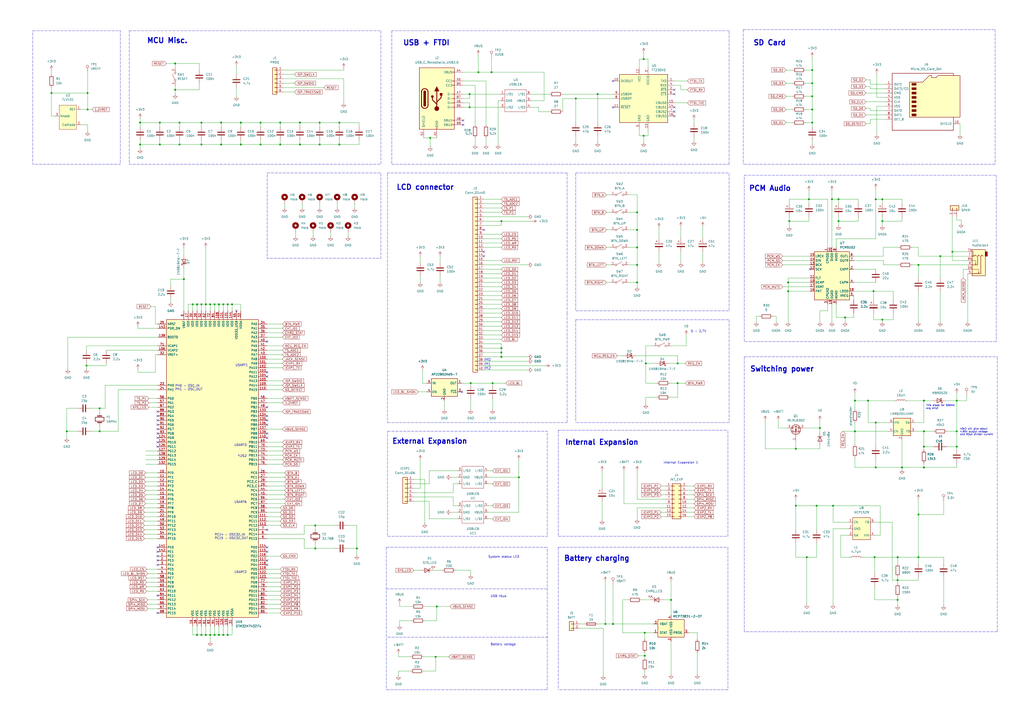
<source format=kicad_sch>
(kicad_sch (version 20230121) (generator eeschema)
  (paper "A2")
  (title_block (title "SDA Evo/Trié") (date "2024-03-26"))
  (junction (at 369.57 153.67))
  (junction (at 483.235 293.37))
  (junction (at 469.265 115.57))
  (junction (at 471.17 55.88))
  (junction (at 523.24 271.145))
  (junction (at 121.92 368.3))
  (junction (at 475.615 248.285))
  (junction (at 535.94 271.145))
  (junction (at 334.01 57.15))
  (junction (at 127 368.3))
  (junction (at 351.155 361.95))
  (junction (at 285.75 222.25))
  (junction (at 81.28 71.12))
  (junction (at 185.42 83.82))
  (junction (at 471.17 71.12))
  (junction (at 300.99 276.86))
  (junction (at 389.255 347.98))
  (junction (at 506.73 168.91))
  (junction (at 473.71 293.37))
  (junction (at 471.17 40.64))
  (junction (at 532.765 153.67))
  (junction (at 290.83 128.27))
  (junction (at 104.14 83.82))
  (junction (at 554.99 250.19))
  (junction (at 393.065 222.25))
  (junction (at 511.81 185.42))
  (junction (at 207.01 318.135))
  (junction (at 482.6 115.57))
  (junction (at 374.015 367.03))
  (junction (at 101.6 52.07))
  (junction (at 151.13 83.82))
  (junction (at 457.2 163.83))
  (junction (at 285.115 41.91))
  (junction (at 369.57 123.19))
  (junction (at 369.57 163.83))
  (junction (at 461.645 260.35))
  (junction (at 81.28 83.82))
  (junction (at 373.38 78.74))
  (junction (at 116.84 368.3))
  (junction (at 508 245.11))
  (junction (at 520.7 336.55))
  (junction (at 129.54 368.3))
  (junction (at 124.46 176.53))
  (junction (at 151.13 71.12))
  (junction (at 486.41 115.57))
  (junction (at 471.17 48.26))
  (junction (at 162.56 83.82))
  (junction (at 272.415 62.23))
  (junction (at 507.365 323.215))
  (junction (at 486.41 128.27))
  (junction (at 128.27 71.12))
  (junction (at 116.84 83.82))
  (junction (at 182.88 318.135))
  (junction (at 535.94 232.41))
  (junction (at 272.415 54.61))
  (junction (at 114.3 368.3))
  (junction (at 57.785 236.855))
  (junction (at 369.57 133.35))
  (junction (at 554.99 259.08))
  (junction (at 467.995 323.215))
  (junction (at 520.7 323.215))
  (junction (at 57.785 250.19))
  (junction (at 535.94 250.19))
  (junction (at 290.83 204.47))
  (junction (at 511.81 115.57))
  (junction (at 495.935 232.41))
  (junction (at 139.7 71.12))
  (junction (at 129.54 176.53))
  (junction (at 511.81 128.27))
  (junction (at 92.71 71.12))
  (junction (at 552.45 146.05))
  (junction (at 106.68 161.925))
  (junction (at 132.08 176.53))
  (junction (at 252.73 381))
  (junction (at 50.8 53.975))
  (junction (at 132.08 368.3))
  (junction (at 185.42 71.12))
  (junction (at 162.56 71.12))
  (junction (at 114.3 176.53))
  (junction (at 50.8 63.5))
  (junction (at 29.845 53.975))
  (junction (at 277.495 41.91))
  (junction (at 508 271.145))
  (junction (at 457.2 168.91))
  (junction (at 355.6 361.95))
  (junction (at 490.22 184.15))
  (junction (at 124.46 368.3))
  (junction (at 119.38 176.53))
  (junction (at 38.735 250.19))
  (junction (at 369.57 143.51))
  (junction (at 249.555 80.01))
  (junction (at 535.94 259.08))
  (junction (at 532.765 323.215))
  (junction (at 111.76 176.53))
  (junction (at 101.6 36.83))
  (junction (at 116.84 71.12))
  (junction (at 532.765 298.45))
  (junction (at 374.65 210.82))
  (junction (at 173.99 83.82))
  (junction (at 471.17 63.5))
  (junction (at 139.7 83.82))
  (junction (at 545.465 148.59))
  (junction (at 116.84 176.53))
  (junction (at 127 176.53))
  (junction (at 104.14 71.12))
  (junction (at 173.99 71.12))
  (junction (at 128.27 83.82))
  (junction (at 196.85 71.12))
  (junction (at 273.05 222.25))
  (junction (at 461.645 293.37))
  (junction (at 182.88 304.8))
  (junction (at 290.83 207.01))
  (junction (at 290.83 201.93))
  (junction (at 121.92 176.53))
  (junction (at 92.71 83.82))
  (junction (at 554.99 232.41))
  (junction (at 253.365 351.79))
  (junction (at 508 115.57))
  (junction (at 495.935 250.19))
  (junction (at 503.555 232.41))
  (junction (at 196.85 83.82))
  (junction (at 374.015 380.365))
  (junction (at 393.065 210.82))
  (junction (at 134.62 176.53))
  (junction (at 346.71 54.61))
  (junction (at 50.165 212.09))
  (junction (at 520.7 347.98))
  (junction (at 119.38 368.3))
  (junction (at 373.38 34.29))
  (junction (at 457.835 128.27))
  (no_connect (at 391.16 64.77))
  (no_connect (at 280.67 148.59))
  (no_connect (at 91.44 317.5))
  (no_connect (at 280.67 133.35))
  (no_connect (at 154.94 246.38))
  (no_connect (at 91.44 246.38))
  (no_connect (at 154.94 327.66))
  (no_connect (at 154.94 317.5))
  (no_connect (at 91.44 248.92))
  (no_connect (at 154.94 243.84))
  (no_connect (at 154.94 307.34))
  (no_connect (at 154.94 215.9))
  (no_connect (at 91.44 355.6))
  (no_connect (at 91.44 320.04))
  (no_connect (at 154.94 218.44))
  (no_connect (at 91.44 238.76))
  (no_connect (at 469.9 156.21))
  (no_connect (at 280.67 146.05))
  (no_connect (at 391.16 62.23))
  (no_connect (at 391.16 54.61))
  (no_connect (at 154.94 236.22))
  (no_connect (at 154.94 251.46))
  (no_connect (at 91.44 259.08))
  (no_connect (at 154.94 198.12))
  (no_connect (at 91.44 327.66))
  (no_connect (at 91.44 254))
  (no_connect (at 91.44 243.84))
  (no_connect (at 355.6 46.99))
  (no_connect (at 267.97 227.33))
  (no_connect (at 137.16 180.34))
  (no_connect (at 154.94 325.12))
  (no_connect (at 391.16 52.07))
  (no_connect (at 154.94 320.04))
  (no_connect (at 91.44 345.44))
  (no_connect (at 91.44 256.54))
  (no_connect (at 154.94 254))
  (no_connect (at 91.44 251.46))
  (no_connect (at 391.16 67.31))
  (no_connect (at 268.605 69.85))
  (no_connect (at 268.605 72.39))
  (no_connect (at 91.44 322.58))
  (no_connect (at 154.94 241.3))
  (no_connect (at 91.44 325.12))
  (no_connect (at 355.6 62.23))
  (no_connect (at 91.44 241.3))
  (wire (pts (xy 523.24 115.57) (xy 511.81 115.57)))
  (polyline (pts (xy 422.91 185.42) (xy 422.91 245.11)) (stroke (width 0) (type dash)))
  (wire (pts (xy 245.11 222.25) (xy 247.65 222.25)))
  (wire (pts (xy 164.465 40.64) (xy 199.39 40.64)))
  (wire (pts (xy 475.615 180.34) (xy 475.615 186.69)))
  (wire (pts (xy 238.125 381) (xy 231.14 381)))
  (wire (pts (xy 173.99 71.12) (xy 173.99 73.66)))
  (wire (pts (xy 154.94 210.82) (xy 163.83 210.82)))
  (wire (pts (xy 554.99 125.73) (xy 554.99 127.635)))
  (wire (pts (xy 57.785 236.855) (xy 57.785 239.395)))
  (wire (pts (xy 68.58 226.06) (xy 68.58 250.19)))
  (wire (pts (xy 268.605 46.99) (xy 281.94 46.99)))
  (wire (pts (xy 511.81 115.57) (xy 511.81 118.11)))
  (wire (pts (xy 490.22 184.15) (xy 490.22 186.69)))
  (wire (pts (xy 440.69 183.515) (xy 438.785 183.515)))
  (wire (pts (xy 50.8 63.5) (xy 53.34 63.5)))
  (wire (pts (xy 520.7 347.98) (xy 520.7 351.155)))
  (wire (pts (xy 154.94 220.98) (xy 163.83 220.98)))
  (wire (pts (xy 91.44 226.06) (xy 68.58 226.06)))
  (wire (pts (xy 530.86 250.19) (xy 535.94 250.19)))
  (wire (pts (xy 495.3 151.13) (xy 512.445 151.13)))
  (wire (pts (xy 523.24 271.145) (xy 523.24 272.415)))
  (wire (pts (xy 457.2 161.29) (xy 457.2 163.83)))
  (wire (pts (xy 290.83 207.01) (xy 306.07 207.01)))
  (wire (pts (xy 370.84 78.74) (xy 373.38 78.74)))
  (wire (pts (xy 90.17 187.96) (xy 90.17 177.8)))
  (wire (pts (xy 154.94 208.28) (xy 163.83 208.28)))
  (wire (pts (xy 523.24 125.73) (xy 523.24 128.27)))
  (wire (pts (xy 532.765 298.45) (xy 532.765 323.215)))
  (polyline (pts (xy 578.485 366.395) (xy 431.8 366.395)) (stroke (width 0) (type dash)))
  (wire (pts (xy 90.17 177.8) (xy 87.63 177.8)))
  (wire (pts (xy 114.3 176.53) (xy 114.3 180.34)))
  (wire (pts (xy 394.97 52.07) (xy 398.78 52.07)))
  (wire (pts (xy 280.67 196.85) (xy 290.83 196.85)))
  (wire (pts (xy 85.09 340.36) (xy 91.44 340.36)))
  (wire (pts (xy 506.73 185.42) (xy 511.81 185.42)))
  (wire (pts (xy 252.73 381) (xy 245.745 381)))
  (wire (pts (xy 137.16 43.18) (xy 137.16 38.1)))
  (wire (pts (xy 383.54 299.72) (xy 386.08 299.72)))
  (wire (pts (xy 502.285 66.675) (xy 513.715 66.675)))
  (wire (pts (xy 231.14 381) (xy 231.14 379.095)))
  (wire (pts (xy 523.24 128.27) (xy 511.81 128.27)))
  (wire (pts (xy 99.06 161.925) (xy 106.68 161.925)))
  (wire (pts (xy 273.05 222.25) (xy 273.05 223.52)))
  (wire (pts (xy 515.62 245.11) (xy 508 245.11)))
  (wire (pts (xy 84.455 289.56) (xy 91.44 289.56)))
  (wire (pts (xy 288.925 58.42) (xy 288.925 83.82)))
  (wire (pts (xy 535.94 245.11) (xy 535.94 232.41)))
  (wire (pts (xy 208.28 81.28) (xy 208.28 83.82)))
  (wire (pts (xy 127 368.3) (xy 129.54 368.3)))
  (wire (pts (xy 508 138.43) (xy 508 115.57)))
  (wire (pts (xy 116.84 176.53) (xy 119.38 176.53)))
  (wire (pts (xy 480.06 115.57) (xy 469.265 115.57)))
  (wire (pts (xy 507.365 310.515) (xy 510.54 310.515)))
  (wire (pts (xy 84.455 269.24) (xy 91.44 269.24)))
  (wire (pts (xy 398.78 284.48) (xy 402.59 284.48)))
  (wire (pts (xy 379.095 367.03) (xy 374.015 367.03)))
  (wire (pts (xy 129.54 176.53) (xy 129.54 180.34)))
  (wire (pts (xy 532.765 153.67) (xy 561.34 153.67)))
  (wire (pts (xy 455.93 55.88) (xy 459.74 55.88)))
  (wire (pts (xy 535.94 271.145) (xy 523.24 271.145)))
  (wire (pts (xy 455.93 71.12) (xy 459.74 71.12)))
  (wire (pts (xy 369.57 123.19) (xy 369.57 133.35)))
  (wire (pts (xy 231.775 360.045) (xy 231.775 362.585)))
  (wire (pts (xy 252.73 381) (xy 260.35 381)))
  (wire (pts (xy 280.67 201.93) (xy 290.83 201.93)))
  (wire (pts (xy 124.46 176.53) (xy 124.46 180.34)))
  (wire (pts (xy 280.67 209.55) (xy 306.07 209.55)))
  (wire (pts (xy 245.745 80.01) (xy 249.555 80.01)))
  (wire (pts (xy 351.79 113.03) (xy 354.33 113.03)))
  (wire (pts (xy 280.67 181.61) (xy 290.83 181.61)))
  (wire (pts (xy 57.785 247.015) (xy 57.785 250.19)))
  (wire (pts (xy 119.38 176.53) (xy 121.92 176.53)))
  (wire (pts (xy 461.645 260.35) (xy 461.645 255.905)))
  (wire (pts (xy 535.94 232.41) (xy 541.02 232.41)))
  (wire (pts (xy 176.53 304.8) (xy 182.88 304.8)))
  (wire (pts (xy 52.705 236.855) (xy 57.785 236.855)))
  (wire (pts (xy 83.82 294.64) (xy 91.44 294.64)))
  (wire (pts (xy 272.415 62.23) (xy 268.605 62.23)))
  (wire (pts (xy 268.605 59.69) (xy 272.415 59.69)))
  (wire (pts (xy 500.38 323.215) (xy 507.365 323.215)))
  (wire (pts (xy 393.065 222.25) (xy 393.065 230.505)))
  (wire (pts (xy 154.94 332.74) (xy 162.56 332.74)))
  (wire (pts (xy 176.53 304.8) (xy 176.53 309.88)))
  (wire (pts (xy 38.735 250.19) (xy 38.735 236.855)))
  (wire (pts (xy 467.36 40.64) (xy 471.17 40.64)))
  (wire (pts (xy 389.255 347.98) (xy 389.255 356.87)))
  (wire (pts (xy 312.42 62.23) (xy 312.42 64.77)))
  (wire (pts (xy 454.025 166.37) (xy 469.9 166.37)))
  (wire (pts (xy 128.27 71.12) (xy 128.27 73.66)))
  (wire (pts (xy 552.45 125.73) (xy 552.45 146.05)))
  (polyline (pts (xy 422.91 95.25) (xy 422.91 17.78)) (stroke (width 0) (type dash)))
  (wire (pts (xy 116.84 176.53) (xy 116.84 180.34)))
  (wire (pts (xy 558.8 156.21) (xy 558.8 161.29)))
  (wire (pts (xy 402.59 69.215) (xy 402.59 71.755)))
  (wire (pts (xy 277.495 41.91) (xy 277.495 31.75)))
  (wire (pts (xy 280.67 168.91) (xy 290.83 168.91)))
  (wire (pts (xy 208.28 71.12) (xy 208.28 73.66)))
  (polyline (pts (xy 431.8 198.12) (xy 431.8 101.6)) (stroke (width 0) (type dash)))
  (wire (pts (xy 262.89 288.29) (xy 262.89 293.37)))
  (polyline (pts (xy 224.155 317.5) (xy 317.5 317.5)) (stroke (width 0) (type dash)))
  (wire (pts (xy 507.365 323.215) (xy 507.365 332.74)))
  (wire (pts (xy 370.205 380.365) (xy 374.015 380.365)))
  (polyline (pts (xy 577.215 95.25) (xy 431.165 95.25)) (stroke (width 0) (type dash)))
  (wire (pts (xy 171.45 134.62) (xy 171.45 137.16)))
  (wire (pts (xy 471.17 55.88) (xy 471.17 63.5)))
  (wire (pts (xy 207.01 304.8) (xy 201.93 304.8)))
  (wire (pts (xy 280.67 191.77) (xy 290.83 191.77)))
  (wire (pts (xy 154.94 213.36) (xy 163.83 213.36)))
  (wire (pts (xy 240.03 278.13) (xy 246.38 278.13)))
  (wire (pts (xy 280.67 140.97) (xy 290.83 140.97)))
  (wire (pts (xy 374.65 230.505) (xy 374.65 234.315)))
  (polyline (pts (xy 224.155 400.05) (xy 317.5 400.05)) (stroke (width 0) (type dash)))
  (wire (pts (xy 240.03 290.83) (xy 248.92 290.83)))
  (wire (pts (xy 91.44 332.74) (xy 85.725 332.74)))
  (wire (pts (xy 349.25 273.05) (xy 349.25 283.21)))
  (wire (pts (xy 280.67 163.83) (xy 290.83 163.83)))
  (wire (pts (xy 520.7 346.075) (xy 520.7 347.98)))
  (wire (pts (xy 124.46 176.53) (xy 127 176.53)))
  (wire (pts (xy 84.455 287.02) (xy 91.44 287.02)))
  (wire (pts (xy 280.67 161.29) (xy 290.83 161.29)))
  (wire (pts (xy 512.445 153.67) (xy 521.335 153.67)))
  (wire (pts (xy 461.645 289.56) (xy 461.645 293.37)))
  (wire (pts (xy 561.34 146.05) (xy 552.45 146.05)))
  (wire (pts (xy 154.94 200.66) (xy 163.83 200.66)))
  (wire (pts (xy 176.53 312.42) (xy 176.53 318.135)))
  (wire (pts (xy 381 230.505) (xy 374.65 230.505)))
  (wire (pts (xy 154.94 335.28) (xy 162.56 335.28)))
  (wire (pts (xy 84.455 261.62) (xy 91.44 261.62)))
  (wire (pts (xy 545.465 148.59) (xy 545.465 161.29)))
  (wire (pts (xy 121.92 176.53) (xy 121.92 180.34)))
  (wire (pts (xy 364.49 123.19) (xy 369.57 123.19)))
  (wire (pts (xy 535.94 259.08) (xy 541.655 259.08)))
  (wire (pts (xy 275.59 80.01) (xy 275.59 83.82)))
  (polyline (pts (xy 577.85 198.12) (xy 431.8 198.12)) (stroke (width 0) (type dash)))
  (wire (pts (xy 504.825 69.215) (xy 504.825 71.755)))
  (wire (pts (xy 475.615 243.84) (xy 475.615 248.285)))
  (wire (pts (xy 90.17 215.9) (xy 90.17 205.74)))
  (polyline (pts (xy 328.93 181.61) (xy 328.93 245.11)) (stroke (width 0) (type dash)))
  (wire (pts (xy 380.365 210.82) (xy 374.65 210.82)))
  (wire (pts (xy 182.88 314.96) (xy 182.88 318.135)))
  (wire (pts (xy 383.54 281.94) (xy 386.08 281.94)))
  (wire (pts (xy 50.8 63.5) (xy 50.8 53.975)))
  (wire (pts (xy 475.615 248.285) (xy 475.615 250.825)))
  (wire (pts (xy 283.21 297.18) (xy 300.99 297.18)))
  (wire (pts (xy 375.92 34.29) (xy 373.38 34.29)))
  (wire (pts (xy 495.3 184.15) (xy 490.22 184.15)))
  (wire (pts (xy 467.36 55.88) (xy 471.17 55.88)))
  (wire (pts (xy 448.31 183.515) (xy 450.215 183.515)))
  (wire (pts (xy 50.165 212.09) (xy 50.165 213.995)))
  (polyline (pts (xy 431.8 101.6) (xy 577.85 101.6)) (stroke (width 0) (type dash)))
  (wire (pts (xy 517.525 336.55) (xy 520.7 336.55)))
  (wire (pts (xy 121.92 368.3) (xy 121.92 372.11)))
  (wire (pts (xy 334.01 57.15) (xy 355.6 57.15)))
  (wire (pts (xy 83.82 312.42) (xy 91.44 312.42)))
  (wire (pts (xy 471.17 33.02) (xy 471.17 40.64)))
  (wire (pts (xy 457.835 125.73) (xy 457.835 128.27)))
  (wire (pts (xy 154.94 279.4) (xy 165.1 279.4)))
  (wire (pts (xy 175.26 118.11) (xy 175.26 120.65)))
  (wire (pts (xy 532.765 153.67) (xy 532.765 161.29)))
  (wire (pts (xy 154.94 342.9) (xy 162.56 342.9)))
  (wire (pts (xy 467.36 63.5) (xy 471.17 63.5)))
  (wire (pts (xy 370.84 74.93) (xy 370.84 78.74)))
  (wire (pts (xy 116.84 368.3) (xy 119.38 368.3)))
  (wire (pts (xy 29.845 40.64) (xy 29.845 43.18)))
  (wire (pts (xy 467.995 350.52) (xy 467.995 323.215)))
  (wire (pts (xy 461.645 307.34) (xy 461.645 293.37)))
  (wire (pts (xy 29.845 67.31) (xy 29.845 53.975)))
  (wire (pts (xy 554.99 268.605) (xy 554.99 271.145)))
  (wire (pts (xy 351.155 337.185) (xy 351.155 361.95)))
  (wire (pts (xy 38.735 254) (xy 38.735 250.19)))
  (wire (pts (xy 512.445 143.51) (xy 512.445 148.59)))
  (wire (pts (xy 361.315 347.98) (xy 364.49 347.98)))
  (wire (pts (xy 83.82 299.72) (xy 91.44 299.72)))
  (wire (pts (xy 455.93 63.5) (xy 459.74 63.5)))
  (wire (pts (xy 196.85 83.82) (xy 208.28 83.82)))
  (polyline (pts (xy 577.215 17.145) (xy 577.215 95.25)) (stroke (width 0) (type dash)))
  (wire (pts (xy 451.485 243.84) (xy 451.485 248.285)))
  (wire (pts (xy 511.81 185.42) (xy 511.81 186.69)))
  (wire (pts (xy 482.6 115.57) (xy 482.6 143.51)))
  (wire (pts (xy 128.27 83.82) (xy 139.7 83.82)))
  (polyline (pts (xy 224.79 100.33) (xy 224.79 245.11)) (stroke (width 0) (type dash)))
  (wire (pts (xy 283.21 273.05) (xy 285.75 273.05)))
  (wire (pts (xy 517.525 302.895) (xy 517.525 336.55)))
  (wire (pts (xy 264.16 330.835) (xy 273.05 330.835)))
  (wire (pts (xy 560.705 232.41) (xy 554.99 232.41)))
  (wire (pts (xy 154.94 289.56) (xy 165.1 289.56)))
  (wire (pts (xy 80.01 213.995) (xy 80.01 215.9)))
  (wire (pts (xy 461.645 314.96) (xy 461.645 323.215)))
  (polyline (pts (xy 227.33 95.25) (xy 422.91 95.25)) (stroke (width 0) (type dash)))
  (wire (pts (xy 346.71 54.61) (xy 355.6 54.61)))
  (wire (pts (xy 99.06 161.925) (xy 99.06 165.735)))
  (wire (pts (xy 393.065 222.25) (xy 397.51 222.25)))
  (wire (pts (xy 561.34 156.21) (xy 558.8 156.21)))
  (wire (pts (xy 532.765 289.56) (xy 532.765 298.45)))
  (wire (pts (xy 351.79 123.19) (xy 354.33 123.19)))
  (wire (pts (xy 386.08 289.56) (xy 369.57 289.56)))
  (wire (pts (xy 497.84 125.73) (xy 497.84 128.27)))
  (wire (pts (xy 164.465 48.26) (xy 170.815 48.26)))
  (wire (pts (xy 245.745 389.255) (xy 252.73 389.255)))
  (wire (pts (xy 528.955 143.51) (xy 532.765 143.51)))
  (wire (pts (xy 346.71 361.95) (xy 351.155 361.95)))
  (wire (pts (xy 280.67 143.51) (xy 290.83 143.51)))
  (polyline (pts (xy 334.01 185.42) (xy 422.91 185.42)) (stroke (width 0) (type dash)))
  (wire (pts (xy 81.28 68.58) (xy 81.28 71.12)))
  (wire (pts (xy 547.37 334.645) (xy 547.37 351.155)))
  (wire (pts (xy 182.88 304.8) (xy 182.88 307.34)))
  (wire (pts (xy 248.92 280.67) (xy 248.92 273.05)))
  (polyline (pts (xy 224.155 317.5) (xy 224.155 400.05)) (stroke (width 0) (type dash)))
  (wire (pts (xy 182.88 304.8) (xy 194.31 304.8)))
  (wire (pts (xy 398.78 297.18) (xy 402.59 297.18)))
  (wire (pts (xy 364.49 153.67) (xy 369.57 153.67)))
  (wire (pts (xy 185.42 83.82) (xy 196.85 83.82)))
  (wire (pts (xy 513.715 51.435) (xy 504.825 51.435)))
  (wire (pts (xy 273.05 222.25) (xy 285.75 222.25)))
  (wire (pts (xy 115.57 36.83) (xy 101.6 36.83)))
  (wire (pts (xy 283.21 276.86) (xy 300.99 276.86)))
  (wire (pts (xy 495.3 181.61) (xy 495.3 184.15)))
  (wire (pts (xy 111.76 368.3) (xy 114.3 368.3)))
  (wire (pts (xy 240.03 285.75) (xy 262.89 285.75)))
  (wire (pts (xy 391.16 49.53) (xy 394.97 49.53)))
  (wire (pts (xy 523.24 255.27) (xy 523.24 271.145)))
  (wire (pts (xy 132.08 176.53) (xy 132.08 180.34)))
  (wire (pts (xy 253.365 360.045) (xy 253.365 351.79)))
  (wire (pts (xy 485.14 143.51) (xy 485.14 138.43)))
  (wire (pts (xy 262.89 280.67) (xy 265.43 280.67)))
  (wire (pts (xy 61.595 203.2) (xy 91.44 203.2)))
  (wire (pts (xy 482.6 176.53) (xy 482.6 186.69)))
  (wire (pts (xy 497.84 128.27) (xy 486.41 128.27)))
  (wire (pts (xy 280.67 207.01) (xy 290.83 207.01)))
  (polyline (pts (xy 422.275 311.15) (xy 422.275 249.555)) (stroke (width 0) (type dash)))
  (wire (pts (xy 513.715 69.215) (xy 504.825 69.215)))
  (wire (pts (xy 115.57 40.64) (xy 115.57 36.83)))
  (wire (pts (xy 139.7 83.82) (xy 151.13 83.82)))
  (wire (pts (xy 46.99 72.39) (xy 50.8 72.39)))
  (wire (pts (xy 523.24 115.57) (xy 523.24 118.11)))
  (wire (pts (xy 382.27 132.08) (xy 382.27 138.43)))
  (polyline (pts (xy 422.91 17.78) (xy 227.33 17.78)) (stroke (width 0) (type dash)))
  (wire (pts (xy 38.735 236.855) (xy 45.085 236.855)))
  (wire (pts (xy 280.67 199.39) (xy 290.83 199.39)))
  (wire (pts (xy 526.415 232.41) (xy 535.94 232.41)))
  (wire (pts (xy 119.38 143.51) (xy 119.38 176.53)))
  (wire (pts (xy 91.44 190.5) (xy 80.01 190.5)))
  (wire (pts (xy 290.83 199.39) (xy 290.83 201.93)))
  (wire (pts (xy 487.68 310.515) (xy 487.68 323.215)))
  (wire (pts (xy 300.99 297.18) (xy 300.99 276.86)))
  (wire (pts (xy 487.68 323.215) (xy 492.76 323.215)))
  (wire (pts (xy 369.57 133.35) (xy 369.57 143.51)))
  (wire (pts (xy 535.94 250.19) (xy 541.655 250.19)))
  (wire (pts (xy 91.44 350.52) (xy 85.725 350.52)))
  (wire (pts (xy 346.71 54.61) (xy 346.71 71.12)))
  (wire (pts (xy 404.495 378.46) (xy 404.495 391.16)))
  (wire (pts (xy 307.975 54.61) (xy 318.77 54.61)))
  (wire (pts (xy 255.27 160.02) (xy 255.27 163.83)))
  (wire (pts (xy 398.78 299.72) (xy 402.59 299.72)))
  (wire (pts (xy 137.16 50.8) (xy 137.16 55.88)))
  (wire (pts (xy 471.17 63.5) (xy 471.17 71.12)))
  (wire (pts (xy 283.21 300.99) (xy 285.75 300.99)))
  (wire (pts (xy 508 115.57) (xy 511.81 115.57)))
  (wire (pts (xy 114.3 368.3) (xy 116.84 368.3)))
  (wire (pts (xy 185.42 71.12) (xy 185.42 73.66)))
  (wire (pts (xy 375.92 39.37) (xy 375.92 34.29)))
  (wire (pts (xy 497.84 115.57) (xy 497.84 118.11)))
  (wire (pts (xy 473.71 307.34) (xy 473.71 293.37)))
  (wire (pts (xy 280.67 128.27) (xy 290.83 128.27)))
  (wire (pts (xy 504.825 71.755) (xy 502.285 71.755)))
  (polyline (pts (xy 224.155 341.63) (xy 317.5 341.63)) (stroke (width 0) (type dash)))
  (wire (pts (xy 29.845 53.975) (xy 29.845 50.8)))
  (wire (pts (xy 349.885 364.49) (xy 349.885 391.795)))
  (wire (pts (xy 124.46 363.22) (xy 124.46 368.3)))
  (wire (pts (xy 504.825 50.165) (xy 502.285 50.165)))
  (wire (pts (xy 283.21 280.67) (xy 285.75 280.67)))
  (wire (pts (xy 128.27 81.28) (xy 128.27 83.82)))
  (wire (pts (xy 374.015 378.46) (xy 374.015 380.365)))
  (wire (pts (xy 545.465 148.59) (xy 561.34 148.59)))
  (wire (pts (xy 513.715 64.135) (xy 504.825 64.135)))
  (wire (pts (xy 134.62 363.22) (xy 134.62 368.3)))
  (wire (pts (xy 383.54 297.18) (xy 386.08 297.18)))
  (wire (pts (xy 369.57 113.03) (xy 369.57 123.19)))
  (wire (pts (xy 285.115 33.655) (xy 285.115 41.91)))
  (wire (pts (xy 129.54 368.3) (xy 132.08 368.3)))
  (wire (pts (xy 369.57 153.67) (xy 369.57 163.83)))
  (wire (pts (xy 486.41 115.57) (xy 486.41 118.11)))
  (wire (pts (xy 154.94 340.36) (xy 162.56 340.36)))
  (wire (pts (xy 121.92 176.53) (xy 124.46 176.53)))
  (wire (pts (xy 83.82 304.8) (xy 91.44 304.8)))
  (wire (pts (xy 388.62 222.25) (xy 393.065 222.25)))
  (wire (pts (xy 162.56 71.12) (xy 173.99 71.12)))
  (wire (pts (xy 486.41 125.73) (xy 486.41 128.27)))
  (polyline (pts (xy 334.01 185.42) (xy 334.01 245.11)) (stroke (width 0) (type dash)))
  (wire (pts (xy 549.275 259.08) (xy 554.99 259.08)))
  (wire (pts (xy 176.53 318.135) (xy 182.88 318.135)))
  (wire (pts (xy 281.94 80.01) (xy 281.94 83.82)))
  (polyline (pts (xy 328.93 100.33) (xy 328.93 181.61)) (stroke (width 0) (type dash)))
  (polyline (pts (xy 227.33 17.78) (xy 227.33 95.25)) (stroke (width 0) (type dash)))
  (wire (pts (xy 407.67 131.445) (xy 407.67 138.43)))
  (wire (pts (xy 280.67 166.37) (xy 290.83 166.37)))
  (wire (pts (xy 471.17 55.88) (xy 471.17 48.26)))
  (wire (pts (xy 154.94 304.8) (xy 162.56 304.8)))
  (wire (pts (xy 116.84 71.12) (xy 128.27 71.12)))
  (wire (pts (xy 373.38 78.74) (xy 375.92 78.74)))
  (wire (pts (xy 290.83 130.81) (xy 290.83 128.27)))
  (wire (pts (xy 60.96 223.52) (xy 60.96 236.855)))
  (wire (pts (xy 495.3 163.83) (xy 508 163.83)))
  (wire (pts (xy 165.1 118.11) (xy 165.1 120.65)))
  (wire (pts (xy 556.895 71.755) (xy 556.895 78.105)))
  (wire (pts (xy 504.825 62.865) (xy 502.285 62.865)))
  (wire (pts (xy 111.76 176.53) (xy 111.76 180.34)))
  (wire (pts (xy 272.415 59.69) (xy 272.415 62.23)))
  (wire (pts (xy 369.57 163.83) (xy 369.57 166.37)))
  (wire (pts (xy 280.67 186.69) (xy 290.83 186.69)))
  (wire (pts (xy 349.25 290.83) (xy 349.25 301.625)))
  (wire (pts (xy 196.85 81.28) (xy 196.85 83.82)))
  (wire (pts (xy 513.715 56.515) (xy 508.635 56.515)))
  (wire (pts (xy 290.83 204.47) (xy 290.83 207.01)))
  (wire (pts (xy 185.42 71.12) (xy 196.85 71.12)))
  (wire (pts (xy 535.94 268.605) (xy 535.94 271.145)))
  (wire (pts (xy 151.13 71.12) (xy 162.56 71.12)))
  (wire (pts (xy 238.76 351.79) (xy 231.775 351.79)))
  (wire (pts (xy 374.65 200.66) (xy 379.095 200.66)))
  (wire (pts (xy 535.94 259.08) (xy 535.94 260.985)))
  (wire (pts (xy 532.765 148.59) (xy 545.465 148.59)))
  (wire (pts (xy 515.62 250.19) (xy 495.935 250.19)))
  (wire (pts (xy 162.56 83.82) (xy 173.99 83.82)))
  (wire (pts (xy 513.715 48.895) (xy 504.825 48.895)))
  (wire (pts (xy 101.6 52.07) (xy 101.6 54.61)))
  (wire (pts (xy 482.6 110.49) (xy 482.6 115.57)))
  (wire (pts (xy 84.455 274.32) (xy 91.44 274.32)))
  (wire (pts (xy 495.3 156.21) (xy 508 156.21)))
  (wire (pts (xy 504.825 51.435) (xy 504.825 50.165)))
  (wire (pts (xy 106.68 155.575) (xy 106.68 161.925)))
  (wire (pts (xy 547.37 298.45) (xy 532.765 298.45)))
  (wire (pts (xy 480.06 143.51) (xy 480.06 115.57)))
  (wire (pts (xy 300.99 276.86) (xy 300.99 266.7)))
  (wire (pts (xy 454.025 151.13) (xy 469.9 151.13)))
  (wire (pts (xy 438.785 183.515) (xy 438.785 186.69)))
  (wire (pts (xy 205.74 118.11) (xy 205.74 120.65)))
  (wire (pts (xy 272.415 54.61) (xy 290.195 54.61)))
  (wire (pts (xy 549.275 250.19) (xy 554.99 250.19)))
  (wire (pts (xy 127 363.22) (xy 127 368.3)))
  (wire (pts (xy 231.14 389.255) (xy 231.14 391.795)))
  (wire (pts (xy 83.82 297.18) (xy 91.44 297.18)))
  (wire (pts (xy 532.765 336.55) (xy 520.7 336.55)))
  (wire (pts (xy 99.06 173.355) (xy 99.06 175.26)))
  (wire (pts (xy 508 271.145) (xy 523.24 271.145)))
  (wire (pts (xy 495.935 227.965) (xy 495.935 232.41)))
  (wire (pts (xy 106.68 143.51) (xy 106.68 147.955)))
  (wire (pts (xy 495.3 168.91) (xy 506.73 168.91)))
  (wire (pts (xy 280.67 179.07) (xy 290.83 179.07)))
  (wire (pts (xy 554.99 232.41) (xy 554.99 250.19)))
  (wire (pts (xy 307.975 62.23) (xy 312.42 62.23)))
  (wire (pts (xy 92.71 83.82) (xy 104.14 83.82)))
  (wire (pts (xy 454.025 153.67) (xy 469.9 153.67)))
  (wire (pts (xy 154.94 238.76) (xy 163.83 238.76)))
  (wire (pts (xy 545.465 168.91) (xy 545.465 186.69)))
  (wire (pts (xy 469.265 125.73) (xy 469.265 128.27)))
  (wire (pts (xy 253.365 351.79) (xy 246.38 351.79)))
  (wire (pts (xy 151.13 71.12) (xy 151.13 73.66)))
  (wire (pts (xy 373.38 34.29) (xy 373.38 30.48)))
  (wire (pts (xy 173.99 71.12) (xy 185.42 71.12)))
  (wire (pts (xy 473.71 314.96) (xy 473.71 323.215)))
  (wire (pts (xy 50.165 200.66) (xy 50.165 203.2)))
  (wire (pts (xy 280.67 123.19) (xy 290.83 123.19)))
  (wire (pts (xy 114.3 363.22) (xy 114.3 368.3)))
  (wire (pts (xy 471.17 40.64) (xy 471.17 48.26)))
  (wire (pts (xy 139.7 81.28) (xy 139.7 83.82)))
  (wire (pts (xy 119.38 368.3) (xy 121.92 368.3)))
  (wire (pts (xy 104.14 81.28) (xy 104.14 83.82)))
  (wire (pts (xy 154.94 299.72) (xy 162.56 299.72)))
  (wire (pts (xy 290.195 58.42) (xy 288.925 58.42)))
  (polyline (pts (xy 224.79 369.57) (xy 317.5 369.57)) (stroke (width 0) (type dash)))
  (wire (pts (xy 154.94 195.58) (xy 163.83 195.58)))
  (wire (pts (xy 92.71 71.12) (xy 92.71 73.66)))
  (wire (pts (xy 504.825 48.895) (xy 504.825 46.355)))
  (wire (pts (xy 84.455 281.94) (xy 91.44 281.94)))
  (wire (pts (xy 369.57 294.64) (xy 369.57 300.99)))
  (wire (pts (xy 154.94 309.88) (xy 176.53 309.88)))
  (polyline (pts (xy 328.93 100.33) (xy 224.79 100.33)) (stroke (width 0) (type dash)))
  (wire (pts (xy 81.28 83.82) (xy 92.71 83.82)))
  (wire (pts (xy 92.71 71.12) (xy 104.14 71.12)))
  (wire (pts (xy 469.265 128.27) (xy 457.835 128.27)))
  (polyline (pts (xy 422.91 245.11) (xy 334.01 245.11)) (stroke (width 0) (type dash)))
  (wire (pts (xy 101.6 36.83) (xy 101.6 39.37)))
  (wire (pts (xy 116.84 81.28) (xy 116.84 83.82)))
  (wire (pts (xy 506.73 168.91) (xy 506.73 173.99)))
  (wire (pts (xy 394.97 49.53) (xy 394.97 52.07)))
  (wire (pts (xy 471.17 81.28) (xy 471.17 83.82)))
  (wire (pts (xy 393.065 206.375) (xy 393.065 210.82)))
  (wire (pts (xy 129.54 363.22) (xy 129.54 368.3)))
  (wire (pts (xy 272.415 54.61) (xy 272.415 57.15)))
  (wire (pts (xy 334.01 78.74) (xy 334.01 82.55)))
  (wire (pts (xy 83.82 309.88) (xy 91.44 309.88)))
  (wire (pts (xy 374.65 210.82) (xy 374.65 222.25)))
  (wire (pts (xy 68.58 250.19) (xy 57.785 250.19)))
  (wire (pts (xy 389.255 200.66) (xy 398.145 200.66)))
  (wire (pts (xy 162.56 81.28) (xy 162.56 83.82)))
  (polyline (pts (xy 431.8 207.01) (xy 431.8 366.395)) (stroke (width 0) (type dash)))
  (wire (pts (xy 398.78 287.02) (xy 402.59 287.02)))
  (wire (pts (xy 315.595 41.91) (xy 315.595 58.42)))
  (wire (pts (xy 389.255 337.185) (xy 389.255 347.98)))
  (wire (pts (xy 86.36 233.68) (xy 91.44 233.68)))
  (wire (pts (xy 532.765 327.025) (xy 532.765 323.215)))
  (wire (pts (xy 127 176.53) (xy 127 180.34)))
  (wire (pts (xy 50.165 200.66) (xy 91.44 200.66)))
  (wire (pts (xy 285.75 231.14) (xy 285.75 237.49)))
  (wire (pts (xy 50.8 72.39) (xy 50.8 76.2)))
  (wire (pts (xy 196.85 71.12) (xy 196.85 73.66)))
  (wire (pts (xy 398.145 200.66) (xy 398.145 194.31)))
  (wire (pts (xy 154.94 350.52) (xy 162.56 350.52)))
  (wire (pts (xy 370.84 34.29) (xy 373.38 34.29)))
  (wire (pts (xy 134.62 176.53) (xy 139.7 176.53)))
  (wire (pts (xy 240.03 288.29) (xy 262.89 288.29)))
  (wire (pts (xy 368.935 206.375) (xy 393.065 206.375)))
  (wire (pts (xy 369.57 273.05) (xy 369.57 289.56)))
  (wire (pts (xy 386.08 294.64) (xy 369.57 294.64)))
  (wire (pts (xy 495.935 271.145) (xy 508 271.145)))
  (wire (pts (xy 101.6 49.53) (xy 101.6 52.07)))
  (wire (pts (xy 119.38 363.22) (xy 119.38 368.3)))
  (wire (pts (xy 91.44 187.96) (xy 90.17 187.96)))
  (wire (pts (xy 104.14 71.12) (xy 116.84 71.12)))
  (wire (pts (xy 154.94 231.14) (xy 163.83 231.14)))
  (wire (pts (xy 374.015 367.03) (xy 361.315 367.03)))
  (wire (pts (xy 485.14 138.43) (xy 508 138.43)))
  (wire (pts (xy 495.935 250.19) (xy 495.935 245.11)))
  (wire (pts (xy 398.78 294.64) (xy 402.59 294.64)))
  (wire (pts (xy 461.645 323.215) (xy 467.995 323.215)))
  (wire (pts (xy 248.92 273.05) (xy 265.43 273.05)))
  (wire (pts (xy 528.955 153.67) (xy 532.765 153.67)))
  (wire (pts (xy 312.42 64.77) (xy 318.77 64.77)))
  (wire (pts (xy 272.415 62.23) (xy 290.195 62.23)))
  (wire (pts (xy 373.38 78.74) (xy 373.38 82.55)))
  (wire (pts (xy 513.715 61.595) (xy 508.635 61.595)))
  (wire (pts (xy 267.97 222.25) (xy 273.05 222.25)))
  (wire (pts (xy 485.14 184.15) (xy 490.22 184.15)))
  (wire (pts (xy 280.67 184.15) (xy 290.83 184.15)))
  (wire (pts (xy 475.615 260.35) (xy 461.645 260.35)))
  (wire (pts (xy 84.455 284.48) (xy 91.44 284.48)))
  (wire (pts (xy 268.605 49.53) (xy 275.59 49.53)))
  (wire (pts (xy 280.67 176.53) (xy 290.83 176.53)))
  (wire (pts (xy 154.94 302.26) (xy 162.56 302.26)))
  (wire (pts (xy 248.92 300.99) (xy 265.43 300.99)))
  (wire (pts (xy 283.21 293.37) (xy 285.75 293.37)))
  (wire (pts (xy 495.935 237.49) (xy 495.935 232.41)))
  (wire (pts (xy 90.17 205.74) (xy 91.44 205.74)))
  (wire (pts (xy 182.88 318.135) (xy 194.31 318.135)))
  (wire (pts (xy 81.28 81.28) (xy 81.28 83.82)))
  (wire (pts (xy 245.11 214.63) (xy 245.11 222.25)))
  (polyline (pts (xy 577.85 101.6) (xy 577.85 198.12)) (stroke (width 0) (type dash)))
  (polyline (pts (xy 323.85 317.5) (xy 422.275 317.5)) (stroke (width 0) (type dash)))
  (wire (pts (xy 81.28 71.12) (xy 92.71 71.12)))
  (wire (pts (xy 374.015 367.03) (xy 374.015 370.84)))
  (polyline (pts (xy 224.79 245.11) (xy 328.93 245.11)) (stroke (width 0) (type dash)))
  (wire (pts (xy 84.455 266.7) (xy 91.44 266.7)))
  (wire (pts (xy 450.215 183.515) (xy 450.215 186.69)))
  (wire (pts (xy 31.75 67.31) (xy 29.845 67.31)))
  (wire (pts (xy 285.115 41.91) (xy 277.495 41.91)))
  (wire (pts (xy 261.62 297.18) (xy 265.43 297.18)))
  (wire (pts (xy 532.765 323.215) (xy 547.37 323.215)))
  (wire (pts (xy 398.78 292.1) (xy 402.59 292.1)))
  (wire (pts (xy 457.2 163.83) (xy 457.2 168.91)))
  (wire (pts (xy 326.39 57.15) (xy 334.01 57.15)))
  (wire (pts (xy 554.99 271.145) (xy 535.94 271.145)))
  (wire (pts (xy 57.785 250.19) (xy 52.705 250.19)))
  (wire (pts (xy 154.94 287.02) (xy 165.1 287.02)))
  (wire (pts (xy 326.39 64.77) (xy 326.39 57.15)))
  (wire (pts (xy 57.785 236.855) (xy 60.96 236.855)))
  (wire (pts (xy 154.94 223.52) (xy 163.83 223.52)))
  (wire (pts (xy 280.67 173.99) (xy 290.83 173.99)))
  (wire (pts (xy 154.94 345.44) (xy 162.56 345.44)))
  (wire (pts (xy 195.58 118.11) (xy 195.58 120.65)))
  (wire (pts (xy 121.92 363.22) (xy 121.92 368.3)))
  (wire (pts (xy 257.81 232.41) (xy 257.81 237.49)))
  (wire (pts (xy 84.455 264.16) (xy 91.44 264.16)))
  (wire (pts (xy 196.85 71.12) (xy 208.28 71.12)))
  (polyline (pts (xy 323.85 317.5) (xy 323.85 400.05)) (stroke (width 0) (type dash)))
  (wire (pts (xy 280.67 212.09) (xy 316.23 212.09)))
  (wire (pts (xy 471.17 71.12) (xy 471.17 73.66)))
  (wire (pts (xy 457.835 128.27) (xy 457.835 131.445)))
  (wire (pts (xy 508.635 61.595) (xy 508.635 78.105)))
  (wire (pts (xy 355.6 339.09) (xy 355.6 361.95)))
  (wire (pts (xy 467.36 71.12) (xy 471.17 71.12)))
  (wire (pts (xy 154.94 256.54) (xy 163.83 256.54)))
  (wire (pts (xy 393.065 210.82) (xy 397.51 210.82)))
  (wire (pts (xy 85.09 335.28) (xy 91.44 335.28)))
  (wire (pts (xy 404.495 367.03) (xy 404.495 370.84)))
  (wire (pts (xy 520.7 334.645) (xy 520.7 336.55)))
  (wire (pts (xy 154.94 264.16) (xy 163.83 264.16)))
  (wire (pts (xy 109.22 176.53) (xy 109.22 180.34)))
  (wire (pts (xy 457.2 168.91) (xy 457.2 186.69)))
  (wire (pts (xy 154.94 355.6) (xy 162.56 355.6)))
  (wire (pts (xy 50.165 210.82) (xy 50.165 212.09)))
  (wire (pts (xy 451.485 248.285) (xy 456.565 248.285)))
  (wire (pts (xy 164.465 45.72) (xy 199.39 45.72)))
  (wire (pts (xy 443.865 243.84) (xy 443.865 260.35)))
  (wire (pts (xy 361.315 367.03) (xy 361.315 347.98)))
  (polyline (pts (xy 422.275 317.5) (xy 422.275 400.05)) (stroke (width 0) (type dash)))
  (wire (pts (xy 85.09 342.9) (xy 91.44 342.9)))
  (wire (pts (xy 92.71 81.28) (xy 92.71 83.82)))
  (wire (pts (xy 351.79 133.35) (xy 354.33 133.35)))
  (wire (pts (xy 374.65 210.82) (xy 374.65 200.66)))
  (polyline (pts (xy 323.85 311.15) (xy 422.275 311.15)) (stroke (width 0) (type dash)))
  (wire (pts (xy 154.94 261.62) (xy 163.83 261.62)))
  (wire (pts (xy 253.365 351.79) (xy 260.985 351.79)))
  (wire (pts (xy 547.37 290.83) (xy 547.37 298.45)))
  (wire (pts (xy 372.11 347.98) (xy 377.19 347.98)))
  (wire (pts (xy 554.99 250.19) (xy 554.99 259.08)))
  (wire (pts (xy 492.125 302.895) (xy 483.235 302.895)))
  (wire (pts (xy 280.67 125.73) (xy 306.07 125.73)))
  (wire (pts (xy 154.94 284.48) (xy 165.1 284.48)))
  (wire (pts (xy 358.14 206.375) (xy 361.315 206.375)))
  (wire (pts (xy 486.41 128.27) (xy 486.41 130.81)))
  (wire (pts (xy 251.46 330.835) (xy 256.54 330.835)))
  (wire (pts (xy 84.455 292.1) (xy 91.44 292.1)))
  (wire (pts (xy 364.49 113.03) (xy 369.57 113.03)))
  (wire (pts (xy 243.84 148.59) (xy 243.84 152.4)))
  (wire (pts (xy 508 266.065) (xy 508 271.145)))
  (wire (pts (xy 407.67 146.05) (xy 407.67 152.4)))
  (wire (pts (xy 275.59 49.53) (xy 275.59 72.39)))
  (wire (pts (xy 520.7 336.55) (xy 520.7 338.455)))
  (wire (pts (xy 466.725 248.285) (xy 475.615 248.285)))
  (wire (pts (xy 154.94 347.98) (xy 162.56 347.98)))
  (wire (pts (xy 154.94 276.86) (xy 165.1 276.86)))
  (wire (pts (xy 104.14 83.82) (xy 116.84 83.82)))
  (wire (pts (xy 561.34 151.13) (xy 552.45 151.13)))
  (wire (pts (xy 399.415 367.03) (xy 404.495 367.03)))
  (wire (pts (xy 351.79 153.67) (xy 354.33 153.67)))
  (wire (pts (xy 240.03 283.21) (xy 243.84 283.21)))
  (wire (pts (xy 96.52 36.83) (xy 101.6 36.83)))
  (wire (pts (xy 510.54 310.515) (xy 510.54 293.37)))
  (wire (pts (xy 374.015 380.365) (xy 374.015 381.635)))
  (wire (pts (xy 252.73 389.255) (xy 252.73 381)))
  (wire (pts (xy 492.125 310.515) (xy 487.68 310.515)))
  (wire (pts (xy 384.81 347.98) (xy 389.255 347.98)))
  (polyline (pts (xy 578.485 207.01) (xy 578.485 366.395)) (stroke (width 0) (type dash)))
  (wire (pts (xy 532.765 323.215) (xy 520.7 323.215)))
  (polyline (pts (xy 431.165 17.145) (xy 577.215 17.145)) (stroke (width 0) (type dash)))
  (wire (pts (xy 280.67 135.89) (xy 290.83 135.89)))
  (wire (pts (xy 554.99 127.635) (xy 557.53 127.635)))
  (wire (pts (xy 307.975 58.42) (xy 315.595 58.42)))
  (wire (pts (xy 249.555 80.01) (xy 249.555 85.09)))
  (wire (pts (xy 199.39 40.64) (xy 199.39 39.37)))
  (wire (pts (xy 495.3 148.59) (xy 512.445 148.59)))
  (wire (pts (xy 512.445 143.51) (xy 521.335 143.51)))
  (wire (pts (xy 134.62 176.53) (xy 134.62 180.34)))
  (wire (pts (xy 326.39 54.61) (xy 346.71 54.61)))
  (wire (pts (xy 104.14 71.12) (xy 104.14 73.66)))
  (polyline (pts (xy 328.93 181.61) (xy 328.93 181.61)) (stroke (width 0) (type dash)))
  (wire (pts (xy 91.44 353.06) (xy 85.725 353.06)))
  (wire (pts (xy 467.36 48.26) (xy 471.17 48.26)))
  (wire (pts (xy 273.05 231.14) (xy 273.05 237.49)))
  (wire (pts (xy 506.73 168.91) (xy 518.16 168.91)))
  (wire (pts (xy 154.94 281.94) (xy 165.1 281.94)))
  (wire (pts (xy 507.365 323.215) (xy 520.7 323.215)))
  (wire (pts (xy 561.34 158.75) (xy 561.34 186.69)))
  (wire (pts (xy 535.94 250.19) (xy 535.94 259.08)))
  (wire (pts (xy 495.935 250.19) (xy 495.935 257.81)))
  (wire (pts (xy 109.22 176.53) (xy 111.76 176.53)))
  (wire (pts (xy 273.05 330.835) (xy 273.05 333.375)))
  (wire (pts (xy 154.94 187.96) (xy 163.83 187.96)))
  (wire (pts (xy 364.49 133.35) (xy 369.57 133.35)))
  (wire (pts (xy 116.84 71.12) (xy 116.84 73.66)))
  (wire (pts (xy 86.36 236.22) (xy 91.44 236.22)))
  (wire (pts (xy 154.94 322.58) (xy 162.56 322.58)))
  (wire (pts (xy 504.825 46.355) (xy 502.285 46.355)))
  (wire (pts (xy 91.44 195.58) (xy 39.37 195.58)))
  (wire (pts (xy 139.7 176.53) (xy 139.7 180.34)))
  (wire (pts (xy 154.94 294.64) (xy 162.56 294.64)))
  (wire (pts (xy 151.13 83.82) (xy 162.56 83.82)))
  (wire (pts (xy 272.415 57.15) (xy 268.605 57.15)))
  (wire (pts (xy 280.67 138.43) (xy 290.83 138.43)))
  (polyline (pts (xy 422.275 400.05) (xy 323.85 400.05)) (stroke (width 0) (type dash)))
  (wire (pts (xy 39.37 195.58) (xy 39.37 213.995)))
  (wire (pts (xy 510.54 293.37) (xy 483.235 293.37)))
  (wire (pts (xy 139.7 71.12) (xy 151.13 71.12)))
  (wire (pts (xy 246.38 278.13) (xy 246.38 303.53)))
  (wire (pts (xy 280.67 151.13) (xy 290.83 151.13)))
  (wire (pts (xy 488.95 250.19) (xy 495.935 250.19)))
  (wire (pts (xy 246.38 360.045) (xy 253.365 360.045)))
  (wire (pts (xy 121.92 368.3) (xy 124.46 368.3)))
  (wire (pts (xy 443.865 260.35) (xy 461.645 260.35)))
  (wire (pts (xy 164.465 50.8) (xy 187.96 50.8)))
  (wire (pts (xy 154.94 312.42) (xy 176.53 312.42)))
  (wire (pts (xy 262.89 285.75) (xy 262.89 280.67)))
  (wire (pts (xy 243.84 283.21) (xy 243.84 266.7)))
  (wire (pts (xy 506.73 181.61) (xy 506.73 185.42)))
  (wire (pts (xy 132.08 363.22) (xy 132.08 368.3)))
  (wire (pts (xy 469.265 115.57) (xy 469.265 118.11)))
  (wire (pts (xy 280.67 194.31) (xy 290.83 194.31)))
  (wire (pts (xy 518.16 168.91) (xy 518.16 173.99)))
  (wire (pts (xy 485.14 176.53) (xy 485.14 184.15)))
  (wire (pts (xy 199.39 45.72) (xy 199.39 59.69)))
  (wire (pts (xy 119.38 176.53) (xy 119.38 180.34)))
  (wire (pts (xy 84.455 276.86) (xy 91.44 276.86)))
  (wire (pts (xy 154.94 205.74) (xy 163.83 205.74)))
  (wire (pts (xy 280.67 115.57) (xy 290.83 115.57)))
  (wire (pts (xy 394.97 146.05) (xy 394.97 152.4)))
  (wire (pts (xy 154.94 330.2) (xy 162.56 330.2)))
  (wire (pts (xy 369.57 143.51) (xy 369.57 153.67)))
  (wire (pts (xy 61.595 210.82) (xy 61.595 212.09)))
  (wire (pts (xy 364.49 143.51) (xy 369.57 143.51)))
  (wire (pts (xy 116.84 83.82) (xy 128.27 83.82)))
  (wire (pts (xy 154.94 248.92) (xy 163.83 248.92)))
  (wire (pts (xy 497.84 115.57) (xy 486.41 115.57)))
  (wire (pts (xy 375.92 74.93) (xy 375.92 78.74)))
  (wire (pts (xy 383.54 287.02) (xy 386.08 287.02)))
  (wire (pts (xy 81.28 86.36) (xy 81.28 83.82)))
  (wire (pts (xy 290.83 201.93) (xy 290.83 204.47)))
  (wire (pts (xy 530.86 245.11) (xy 535.94 245.11)))
  (wire (pts (xy 91.44 347.98) (xy 85.725 347.98)))
  (wire (pts (xy 512.445 151.13) (xy 512.445 153.67)))
  (wire (pts (xy 238.125 389.255) (xy 231.14 389.255)))
  (wire (pts (xy 552.45 146.05) (xy 552.45 151.13)))
  (wire (pts (xy 389.255 372.11) (xy 389.255 391.16)))
  (wire (pts (xy 255.27 148.59) (xy 255.27 152.4)))
  (wire (pts (xy 518.16 181.61) (xy 518.16 185.42)))
  (wire (pts (xy 503.555 245.11) (xy 503.555 232.41)))
  (wire (pts (xy 280.67 118.11) (xy 290.83 118.11)))
  (wire (pts (xy 351.79 143.51) (xy 354.33 143.51)))
  (wire (pts (xy 83.82 302.26) (xy 91.44 302.26)))
  (wire (pts (xy 262.89 293.37) (xy 265.43 293.37)))
  (wire (pts (xy 290.83 128.27) (xy 308.61 128.27)))
  (wire (pts (xy 281.94 46.99) (xy 281.94 72.39)))
  (wire (pts (xy 280.67 156.21) (xy 290.83 156.21)))
  (wire (pts (xy 115.57 52.07) (xy 101.6 52.07)))
  (wire (pts (xy 173.99 83.82) (xy 185.42 83.82)))
  (wire (pts (xy 336.55 361.95) (xy 339.09 361.95)))
  (wire (pts (xy 128.27 71.12) (xy 139.7 71.12)))
  (wire (pts (xy 111.76 176.53) (xy 114.3 176.53)))
  (polyline (pts (xy 431.8 207.01) (xy 578.485 207.01)) (stroke (width 0) (type dash)))
  (wire (pts (xy 240.03 280.67) (xy 248.92 280.67)))
  (wire (pts (xy 560.705 229.235) (xy 560.705 232.41)))
  (wire (pts (xy 507.365 340.36) (xy 507.365 347.98)))
  (wire (pts (xy 511.81 128.27) (xy 511.81 130.81)))
  (wire (pts (xy 86.36 231.14) (xy 91.44 231.14)))
  (wire (pts (xy 164.465 43.18) (xy 170.815 43.18)))
  (wire (pts (xy 285.75 222.25) (xy 285.75 223.52)))
  (wire (pts (xy 50.8 53.975) (xy 29.845 53.975)))
  (wire (pts (xy 38.735 250.19) (xy 45.085 250.19)))
  (wire (pts (xy 351.155 361.95) (xy 355.6 361.95)))
  (wire (pts (xy 532.765 143.51) (xy 532.765 148.59)))
  (wire (pts (xy 85.09 337.82) (xy 91.44 337.82)))
  (wire (pts (xy 207.01 318.135) (xy 201.93 318.135)))
  (wire (pts (xy 154.94 266.7) (xy 163.83 266.7)))
  (wire (pts (xy 511.81 125.73) (xy 511.81 128.27)))
  (wire (pts (xy 207.01 318.135) (xy 207.01 304.8)))
  (wire (pts (xy 243.84 160.02) (xy 243.84 163.83)))
  (polyline (pts (xy 323.85 249.555) (xy 323.85 311.15)) (stroke (width 0) (type dash)))
  (wire (pts (xy 238.76 360.045) (xy 231.775 360.045)))
  (wire (pts (xy 346.71 78.74) (xy 346.71 82.55)))
  (wire (pts (xy 181.61 134.62) (xy 181.61 137.16)))
  (wire (pts (xy 268.605 41.91) (xy 277.495 41.91)))
  (wire (pts (xy 383.54 284.48) (xy 386.08 284.48)))
  (wire (pts (xy 154.94 259.08) (xy 163.83 259.08)))
  (wire (pts (xy 507.365 347.98) (xy 520.7 347.98)))
  (wire (pts (xy 382.27 146.05) (xy 382.27 152.4)))
  (wire (pts (xy 381 222.25) (xy 374.65 222.25)))
  (wire (pts (xy 154.94 292.1) (xy 165.1 292.1)))
  (wire (pts (xy 84.455 279.4) (xy 91.44 279.4)))
  (wire (pts (xy 467.995 323.215) (xy 473.71 323.215)))
  (wire (pts (xy 469.9 161.29) (xy 457.2 161.29)))
  (wire (pts (xy 91.44 223.52) (xy 60.96 223.52)))
  (wire (pts (xy 85.09 330.2) (xy 91.44 330.2)))
  (wire (pts (xy 240.03 330.835) (xy 243.84 330.835)))
  (wire (pts (xy 548.64 232.41) (xy 554.99 232.41)))
  (wire (pts (xy 111.76 363.22) (xy 111.76 368.3)))
  (wire (pts (xy 336.55 364.49) (xy 349.885 364.49)))
  (wire (pts (xy 164.465 53.34) (xy 170.815 53.34)))
  (wire (pts (xy 532.765 334.645) (xy 532.765 336.55)))
  (wire (pts (xy 61.595 212.09) (xy 50.165 212.09)))
  (wire (pts (xy 154.94 297.18) (xy 162.56 297.18)))
  (wire (pts (xy 173.99 81.28) (xy 173.99 83.82)))
  (wire (pts (xy 154.94 226.06) (xy 163.83 226.06)))
  (wire (pts (xy 554.99 259.08) (xy 554.99 260.985)))
  (wire (pts (xy 207.01 321.945) (xy 207.01 318.135)))
  (wire (pts (xy 480.06 180.34) (xy 475.615 180.34)))
  (wire (pts (xy 280.67 214.63) (xy 306.07 214.63)))
  (wire (pts (xy 502.285 53.975) (xy 513.715 53.975)))
  (wire (pts (xy 461.645 293.37) (xy 473.71 293.37)))
  (wire (pts (xy 315.595 41.91) (xy 285.115 41.91)))
  (wire (pts (xy 469.265 115.57) (xy 457.835 115.57)))
  (wire (pts (xy 483.235 302.895) (xy 483.235 293.37)))
  (wire (pts (xy 261.62 276.86) (xy 265.43 276.86)))
  (wire (pts (xy 398.78 289.56) (xy 402.59 289.56)))
  (wire (pts (xy 520.7 323.215) (xy 520.7 327.025)))
  (wire (pts (xy 139.7 71.12) (xy 139.7 73.66)))
  (wire (pts (xy 115.57 48.26) (xy 115.57 52.07)))
  (wire (pts (xy 386.08 292.1) (xy 361.95 292.1)))
  (wire (pts (xy 50.8 41.91) (xy 50.8 53.975)))
  (wire (pts (xy 387.985 210.82) (xy 393.065 210.82)))
  (wire (pts (xy 370.84 39.37) (xy 370.84 34.29)))
  (wire (pts (xy 83.82 307.34) (xy 91.44 307.34)))
  (polyline (pts (xy 323.85 249.555) (xy 422.275 249.555)) (stroke (width 0) (type dash)))
  (wire (pts (xy 394.97 131.445) (xy 394.97 138.43)))
  (wire (pts (xy 154.94 203.2) (xy 163.83 203.2)))
  (wire (pts (xy 475.615 258.445) (xy 475.615 260.35)))
  (wire (pts (xy 129.54 176.53) (xy 132.08 176.53)))
  (wire (pts (xy 151.13 81.28) (xy 151.13 83.82)))
  (wire (pts (xy 511.81 185.42) (xy 518.16 185.42)))
  (wire (pts (xy 374.015 389.255) (xy 374.015 391.16)))
  (wire (pts (xy 504.825 64.135) (xy 504.825 62.865)))
  (wire (pts (xy 507.365 302.895) (xy 517.525 302.895)))
  (wire (pts (xy 480.06 176.53) (xy 480.06 180.34)))
  (wire (pts (xy 154.94 353.06) (xy 162.56 353.06)))
  (polyline (pts (xy 317.5 400.05) (xy 317.5 317.5)) (stroke (width 0) (type dash)))
  (wire (pts (xy 80.01 215.9) (xy 90.17 215.9)))
  (wire (pts (xy 285.75 222.25) (xy 293.37 222.25)))
  (wire (pts (xy 191.77 134.62) (xy 191.77 137.16)))
  (wire (pts (xy 457.2 168.91) (xy 469.9 168.91)))
  (wire (pts (xy 483.235 306.705) (xy 483.235 350.52)))
  (wire (pts (xy 280.67 204.47) (xy 290.83 204.47)))
  (wire (pts (xy 154.94 269.24) (xy 163.83 269.24)))
  (wire (pts (xy 473.71 293.37) (xy 483.235 293.37)))
  (wire (pts (xy 495.935 232.41) (xy 503.555 232.41)))
  (wire (pts (xy 557.53 127.635) (xy 557.53 129.54)))
  (wire (pts (xy 482.6 115.57) (xy 486.41 115.57)))
  (wire (pts (xy 398.78 281.94) (xy 402.59 281.94)))
  (wire (pts (xy 508 109.22) (xy 508 115.57)))
  (wire (pts (xy 185.42 118.11) (xy 185.42 120.65)))
  (polyline (pts (xy 431.165 17.145) (xy 431.165 95.25)) (stroke (width 0) (type dash)))
  (wire (pts (xy 280.67 120.65) (xy 290.83 120.65)))
  (wire (pts (xy 495.935 265.43) (xy 495.935 271.145)))
  (wire (pts (xy 280.67 153.67) (xy 306.07 153.67)))
  (wire (pts (xy 391.16 46.99) (xy 398.78 46.99)))
  (wire (pts (xy 280.67 171.45) (xy 290.83 171.45)))
  (wire (pts (xy 154.94 337.82) (xy 162.56 337.82)))
  (wire (pts (xy 508 245.11) (xy 503.555 245.11)))
  (wire (pts (xy 455.93 48.26) (xy 459.74 48.26)))
  (wire (pts (xy 455.93 40.64) (xy 459.74 40.64)))
  (wire (pts (xy 457.2 163.83) (xy 469.9 163.83)))
  (wire (pts (xy 508 245.11) (xy 508 258.445)))
  (wire (pts (xy 154.94 274.32) (xy 165.1 274.32)))
  (wire (pts (xy 154.94 233.68) (xy 163.83 233.68)))
  (wire (pts (xy 469.265 110.49) (xy 469.265 115.57)))
  (wire (pts (xy 554.99 227.965) (xy 554.99 232.41)))
  (wire (pts (xy 492.125 306.705) (xy 483.235 306.705)))
  (wire (pts (xy 402.59 79.375) (xy 402.59 81.915)))
  (wire (pts (xy 162.56 71.12) (xy 162.56 73.66)))
  (wire (pts (xy 114.3 176.53) (xy 116.84 176.53)))
  (wire (pts (xy 280.67 189.23) (xy 290.83 189.23)))
  (wire (pts (xy 268.605 54.61) (xy 272.415 54.61)))
  (wire (pts (xy 248.92 290.83) (xy 248.92 300.99)))
  (wire (pts (xy 508.635 56.515) (xy 508.635 42.545)))
  (wire (pts (xy 503.555 232.41) (xy 518.795 232.41)))
  (wire (pts (xy 532.765 168.91) (xy 532.765 186.69)))
  (wire (pts (xy 231.775 351.79) (xy 231.775 349.885)))
  (wire (pts (xy 80.01 190.5) (xy 80.01 189.23)))
  (wire (pts (xy 132.08 176.53) (xy 134.62 176.53)))
  (wire (pts (xy 351.79 163.83) (xy 354.33 163.83)))
  (wire (pts (xy 355.6 361.95) (xy 379.095 361.95)))
  (wire (pts (xy 154.94 190.5) (xy 163.83 190.5)))
  (wire (pts (xy 280.67 158.75) (xy 290.83 158.75)))
  (wire (pts (xy 393.065 230.505) (xy 388.62 230.505)))
  (wire (pts (xy 502.285 59.055) (xy 513.715 59.055)))
  (wire (pts (xy 280.67 130.81) (xy 290.83 130.81)))
  (wire (pts (xy 361.95 292.1) (xy 361.95 273.05)))
  (wire (pts (xy 116.84 363.22) (xy 116.84 368.3)))
  (wire (pts (xy 391.16 59.69) (xy 398.78 59.69)))
  (wire (pts (xy 127 176.53) (xy 129.54 176.53)))
  (wire (pts (xy 81.28 71.12) (xy 81.28 73.66)))
  (wire (pts (xy 495.3 171.45) (xy 495.3 173.99)))
  (wire (pts (xy 547.37 327.025) (xy 547.37 323.215)))
  (wire (pts (xy 124.46 368.3) (xy 127 368.3)))
  (wire (pts (xy 185.42 81.28) (xy 185.42 83.82)))
  (wire (pts (xy 334.01 57.15) (xy 334.01 71.12)))
  (wire (pts (xy 454.025 148.59) (xy 469.9 148.59)))
  (wire (pts (xy 132.08 368.3) (xy 134.62 368.3)))
  (wire (pts (xy 249.555 80.01) (xy 253.365 80.01)))
  (wire (pts (xy 457.835 115.57) (xy 457.835 118.11)))
  (wire (pts (xy 364.49 163.83) (xy 369.57 163.83)))
  (wire (pts (xy 154.94 193.04) (xy 163.83 193.04)))
  (wire (pts (xy 46.99 63.5) (xy 50.8 63.5)))
  (wire (pts (xy 106.68 161.925) (xy 106.68 180.34)))
  (wire (pts (xy 242.57 227.33) (xy 247.65 227.33)))
  (wire (pts (xy 201.93 134.62) (xy 201.93 137.16)))
  (rectangle (start 154.94 100.33) (end 220.98 149.86) (stroke (width 0) (type dash)))
  (rectangle (start 334.01 100.33) (end 422.91 180.34) (stroke (width 0) (type dash)))
  (rectangle (start 224.79 250.19) (end 317.5 311.15) (stroke (width 0) (type dash)))
  (rectangle (start 19.05 17.78) (end 69.85 95.25) (stroke (width 0) (type dash)))
  (rectangle (start 74.93 17.78) (end 220.98 95.25) (stroke (width 0) (type dash)))
  (text "MCU Misc." (at 85.09 25.4 0) (effects (font (size 3 3) (thickness 0.6) bold) (justify left bottom)))
  (text "Battery voltage" (at 284.48 374.65 0) (effects (font (size 1.27 1.27)) (justify left bottom)))
  (text "USART1" (at 136.525 212.725 0) (effects (font (size 1.27 1.27)) (justify left bottom)))
  (text "*I2S2" (at 137.795 265.43 0) (effects (font (size 1.27 1.27)) (justify left bottom)))
  (text "Internal Expansion 1" (at 384.81 269.24 0) (effects (font (size 1.27 1.27)) (justify left bottom)))
  (text "40k2 will give about\n4.95V output voltage\nand 93uA divider current" (at 556.895 252.73 0) (effects (font (size 1 1)) (justify left bottom)))
  (text "Internal Expansion" (at 327.66 258.445 0) (effects (font (size 3 3) (thickness 0.6) bold) (justify left bottom)))
  (text "USART2" (at 135.89 332.74 0) (effects (font (size 1.27 1.27)) (justify left bottom)))
  (text "IM0\nIM1\nIM2" (at 280.67 214.63 0) (effects (font (size 1.524 1.524)) (justify left bottom)))
  (text "USB + FTDI" (at 233.68 26.67 0) (effects (font (size 3 3) (thickness 0.6) bold) (justify left bottom)))
  (text "SD Card" (at 436.88 26.67 0) (effects (font (size 3 3) (thickness 0.6) bold) (justify left bottom)))
  (text "System status LED" (at 283.21 323.85 0) (effects (font (size 1.27 1.27)) (justify left bottom)))
  (text "USART3" (at 135.89 259.08 0) (effects (font (size 1.27 1.27)) (justify left bottom)))
  (text "PCM Audio" (at 434.34 111.125 0) (effects (font (size 3 3) (thickness 0.6) bold) (justify left bottom)))
  (text "5 - 2.7V" (at 400.685 193.04 0) (effects (font (size 1.27 1.27)) (justify left bottom)))
  (text "PH0 - OSC_IN\nPH1 - OSC_OUT" (at 101.6 226.695 0) (effects (font (size 1.27 1.27)) (justify left bottom)))
  (text "Switching power" (at 434.975 215.9 0) (effects (font (size 3 3) (thickness 0.6) bold) (justify left bottom)))
  (text "LCD connector" (at 229.87 110.49 0) (effects (font (size 3 3) (thickness 0.6) bold) (justify left bottom)))
  (text "This diode for 500mA\navg only!" (at 537.21 237.49 0) (effects (font (size 1 1)) (justify left bottom)))
  (text "USART6" (at 135.89 292.1 0) (effects (font (size 1.27 1.27)) (justify left bottom)))
  (text "External Expansion" (at 227.33 257.81 0) (effects (font (size 3 3) (thickness 0.6) bold) (justify left bottom)))
  (text "USB Vbus" (at 284.48 346.71 0) (effects (font (size 1.27 1.27)) (justify left bottom)))
  (text "PC14 - OSC32_IN\nPC15 - OSC32_OUT" (at 124.46 313.055 0) (effects (font (size 1.27 1.27)) (justify left bottom)))
  (text "Battery charging\n" (at 327.025 325.755 0) (effects (font (size 3 3) (thickness 0.6) bold) (justify left bottom)))
  (global_label "LCD_D3" (shape input) (at 290.83 163.83 0) (property "Intersheetrefs" "${INTERSHEET_REFS}" (effects hide)) (property "Reference mezi listy" "${INTERSHEET_REFS}" (effects hide)))
  (global_label "IEXP1_P1" (shape input) (at 162.56 337.82 0) (property "Intersheetrefs" "${INTERSHEET_REFS}" (effects hide)) (property "Reference mezi listy" "${INTERSHEET_REFS}" (effects hide)))
  (global_label "RESET" (shape input) (at 87.63 177.8 180) (property "Intersheetrefs" "${INTERSHEET_REFS}" (effects hide)) (property "Reference mezi listy" "${INTERSHEET_REFS}" (effects hide)))
  (global_label "LCD_D10" (shape input) (at 290.83 181.61 0) (property "Intersheetrefs" "${INTERSHEET_REFS}" (effects hide)) (property "Reference mezi listy" "${INTERSHEET_REFS}" (effects hide)))
  (global_label "BTN_LEFT" (shape input) (at 351.79 153.67 180) (property "Intersheetrefs" "${INTERSHEET_REFS}" (effects hide)) (property "Reference mezi listy" "${INTERSHEET_REFS}" (effects hide)))
  (global_label "ISP_SWDIO" (shape input) (at 170.815 48.26 0) (property "Intersheetrefs" "${INTERSHEET_REFS}" (effects hide)) (property "Reference mezi listy" "${INTERSHEET_REFS}" (effects hide)))
  (global_label "SD_D1" (shape input) (at 162.56 297.18 0) (property "Intersheetrefs" "${INTERSHEET_REFS}" (effects hide)) (property "Reference mezi listy" "${INTERSHEET_REFS}" (effects hide)))
  (global_label "EXT_IO4" (shape input) (at 285.75 300.99 0) (property "Intersheetrefs" "${INTERSHEET_REFS}" (effects hide)))
  (global_label "TS_P1" (shape input) (at 290.83 120.65 0) (property "Intersheetrefs" "${INTERSHEET_REFS}" (effects hide)) (property "Reference mezi listy" "${INTERSHEET_REFS}" (effects hide)))
  (global_label "LCD_BL" (shape input) (at 290.83 196.85 0) (property "Intersheetrefs" "${INTERSHEET_REFS}" (effects hide)) (property "Reference mezi listy" "${INTERSHEET_REFS}" (effects hide)))
  (global_label "LCD_D1" (shape input) (at 290.83 158.75 0) (property "Intersheetrefs" "${INTERSHEET_REFS}" (effects hide)) (property "Reference mezi listy" "${INTERSHEET_REFS}" (effects hide)))
  (global_label "LCD_D4" (shape input) (at 84.455 284.48 180) (property "Intersheetrefs" "${INTERSHEET_REFS}" (effects hide)) (property "Reference mezi listy" "${INTERSHEET_REFS}" (effects hide)))
  (global_label "REG_EN" (shape input) (at 397.51 210.82 0) (property "Intersheetrefs" "${INTERSHEET_REFS}" (effects hide)) (property "Reference mezi listy" "${INTERSHEET_REFS}" (effects hide)))
  (global_label "PCM_WS" (shape input) (at 163.83 261.62 0) (property "Intersheetrefs" "${INTERSHEET_REFS}" (effects hide)) (property "Reference mezi listy" "${INTERSHEET_REFS}" (effects hide)))
  (global_label "SPI4_MOSI" (shape input) (at 402.59 292.1 0) (property "Intersheetrefs" "${INTERSHEET_REFS}" (effects hide)) (property "Reference mezi listy" "${INTERSHEET_REFS}" (effects hide)))
  (global_label "LCD_D0" (shape input) (at 290.83 156.21 0) (property "Intersheetrefs" "${INTERSHEET_REFS}" (effects hide)) (property "Reference mezi listy" "${INTERSHEET_REFS}" (effects hide)))
  (global_label "IEXP2_TX" (shape input) (at 402.59 297.18 0) (property "Intersheetrefs" "${INTERSHEET_REFS}" (effects hide)) (property "Reference mezi listy" "${INTERSHEET_REFS}" (effects hide)))
  (global_label "ISP_TRACESWO" (shape input) (at 163.83 238.76 0) (property "Intersheetrefs" "${INTERSHEET_REFS}" (effects hide)) (property "Reference mezi listy" "${INTERSHEET_REFS}" (effects hide)))
  (global_label "LCD_BL" (shape input) (at 293.37 222.25 0) (property "Intersheetrefs" "${INTERSHEET_REFS}" (effects hide)) (property "Reference mezi listy" "${INTERSHEET_REFS}" (effects hide)))
  (global_label "LCD_D14" (shape input) (at 290.83 191.77 0) (property "Intersheetrefs" "${INTERSHEET_REFS}" (effects hide)) (property "Reference mezi listy" "${INTERSHEET_REFS}" (effects hide)))
  (global_label "LCD_D5" (shape input) (at 84.455 287.02 180) (property "Intersheetrefs" "${INTERSHEET_REFS}" (effects hide)) (property "Reference mezi listy" "${INTERSHEET_REFS}" (effects hide)))
  (global_label "LCD_D6" (shape input) (at 290.83 171.45 0) (property "Intersheetrefs" "${INTERSHEET_REFS}" (effects hide)) (property "Reference mezi listy" "${INTERSHEET_REFS}" (effects hide)))
  (global_label "EXT_IO2" (shape input) (at 163.83 195.58 0) (property "Intersheetrefs" "${INTERSHEET_REFS}" (effects hide)))
  (global_label "LCD_D0" (shape input) (at 84.455 274.32 180) (property "Intersheetrefs" "${INTERSHEET_REFS}" (effects hide)) (property "Reference mezi listy" "${INTERSHEET_REFS}" (effects hide)))
  (global_label "VBUS_SENSE" (shape input) (at 163.83 248.92 0) (property "Intersheetrefs" "${INTERSHEET_REFS}" (effects hide)) (property "Reference mezi listy" "${INTERSHEET_REFS}" (effects hide)))
  (global_label "IEXP1_P1" (shape input) (at 383.54 281.94 180) (property "Intersheetrefs" "${INTERSHEET_REFS}" (effects hide)) (property "Reference mezi listy" "${INTERSHEET_REFS}" (effects hide)))
  (global_label "SD_D0" (shape input) (at 455.93 63.5 180) (property "Intersheetrefs" "${INTERSHEET_REFS}" (effects hide)) (property "Reference mezi listy" "${INTERSHEET_REFS}" (effects hide)))
  (global_label "JACK_SENSE" (shape input) (at 163.83 208.28 0) (property "Intersheetrefs" "${INTERSHEET_REFS}" (effects hide)) (property "Reference mezi listy" "${INTERSHEET_REFS}" (effects hide)))
  (global_label "LCD_RS" (shape input) (at 85.09 342.9 180) (property "Intersheetrefs" "${INTERSHEET_REFS}" (effects hide)) (property "Reference mezi listy" "${INTERSHEET_REFS}" (effects hide)))
  (global_label "FTDI_TXE" (shape input) (at 162.56 335.28 0) (property "Intersheetrefs" "${INTERSHEET_REFS}" (effects hide)) (property "Reference mezi listy" "${INTERSHEET_REFS}" (effects hide)))
  (global_label "LCD_D4" (shape input) (at 290.83 166.37 0) (property "Intersheetrefs" "${INTERSHEET_REFS}" (effects hide)) (property "Reference mezi listy" "${INTERSHEET_REFS}" (effects hide)))
  (global_label "LCD_RST" (shape input) (at 290.83 151.13 0) (property "Intersheetrefs" "${INTERSHEET_REFS}" (effects hide)) (property "Reference mezi listy" "${INTERSHEET_REFS}" (effects hide)))
  (global_label "TS_ADC2" (shape input) (at 163.83 205.74 0) (property "Intersheetrefs" "${INTERSHEET_REFS}" (effects hide)) (property "Reference mezi listy" "${INTERSHEET_REFS}" (effects hide)))
  (global_label "LCD_D12" (shape input) (at 83.82 304.8 180) (property "Intersheetrefs" "${INTERSHEET_REFS}" (effects hide)) (property "Reference mezi listy" "${INTERSHEET_REFS}" (effects hide)))
  (global_label "SD_D3" (shape input) (at 162.56 302.26 0) (property "Intersheetrefs" "${INTERSHEET_REFS}" (effects hide)) (property "Reference mezi listy" "${INTERSHEET_REFS}" (effects hide)))
  (global_label "EXT_IO1" (shape input) (at 163.83 190.5 0) (property "Intersheetrefs" "${INTERSHEET_REFS}" (effects hide)))
  (global_label "BTN_UP" (shape input) (at 165.1 279.4 0) (property "Intersheetrefs" "${INTERSHEET_REFS}" (effects hide)) (property "Reference mezi listy" "${INTERSHEET_REFS}" (effects hide)))
  (global_label "LCD_D1" (shape input) (at 84.455 276.86 180) (property "Intersheetrefs" "${INTERSHEET_REFS}" (effects hide)) (property "Reference mezi listy" "${INTERSHEET_REFS}" (effects hide)))
  (global_label "IEXP2_TX" (shape input) (at 163.83 259.08 0) (property "Intersheetrefs" "${INTERSHEET_REFS}" (effects hide)) (property "Reference mezi listy" "${INTERSHEET_REFS}" (effects hide)))
  (global_label "LCD_D13" (shape input) (at 290.83 189.23 0) (property "Intersheetrefs" "${INTERSHEET_REFS}" (effects hide)) (property "Reference mezi listy" "${INTERSHEET_REFS}" (effects hide)))
  (global_label "MCU_REG_EN" (shape input) (at 358.14 206.375 180) (property "Intersheetrefs" "${INTERSHEET_REFS}" (effects hide)) (property "Reference mezi listy" "${INTERSHEET_REFS}" (effects hide)))
  (global_label "BTN_RIGHT" (shape input) (at 165.1 287.02 0) (property "Intersheetrefs" "${INTERSHEET_REFS}" (effects hide)) (property "Reference mezi listy" "${INTERSHEET_REFS}" (effects hide)))
  (global_label "SD_D0" (shape input) (at 162.56 294.64 0) (property "Intersheetrefs" "${INTERSHEET_REFS}" (effects hide)) (property "Reference mezi listy" "${INTERSHEET_REFS}" (effects hide)))
  (global_label "BTN_LEFT" (shape input) (at 165.1 284.48 0) (property "Intersheetrefs" "${INTERSHEET_REFS}" (effects hide)) (property "Reference mezi listy" "${INTERSHEET_REFS}" (effects hide)))
  (global_label "IEXP1_P3" (shape input) (at 383.54 287.02 180) (property "Intersheetrefs" "${INTERSHEET_REFS}" (effects hide)) (property "Reference mezi listy" "${INTERSHEET_REFS}" (effects hide)))
  (global_label "IEXP2_P9" (shape input) (at 162.56 353.06 0) (property "Intersheetrefs" "${INTERSHEET_REFS}" (effects hide)) (property "Reference mezi listy" "${INTERSHEET_REFS}" (effects hide)))
  (global_label "IEXP1_RX" (shape input) (at 402.59 281.94 0) (property "Intersheetrefs" "${INTERSHEET_REFS}" (effects hide)) (property "Reference mezi listy" "${INTERSHEET_REFS}" (effects hide)))
  (global_label "LCD_D2" (shape input) (at 84.455 279.4 180) (property "Intersheetrefs" "${INTERSHEET_REFS}" (effects hide)) (property "Reference mezi listy" "${INTERSHEET_REFS}" (effects hide)))
  (global_label "SPI4_SCK" (shape input) (at 402.59 287.02 0) (property "Intersheetrefs" "${INTERSHEET_REFS}" (effects hide)) (property "Reference mezi listy" "${INTERSHEET_REFS}" (effects hide)))
  (global_label "SD_CMD" (shape input) (at 162.56 322.58 0) (property "Intersheetrefs" "${INTERSHEET_REFS}" (effects hide)) (property "Reference mezi listy" "${INTERSHEET_REFS}" (effects hide)))
  (global_label "LCD_D12" (shape input) (at 290.83 186.69 0) (property "Intersheetrefs" "${INTERSHEET_REFS}" (effects hide)) (property "Reference mezi listy" "${INTERSHEET_REFS}" (effects hide)))
  (global_label "EXT_IO2" (shape input) (at 285.75 280.67 0) (property "Intersheetrefs" "${INTERSHEET_REFS}" (effects hide)))
  (global_label "PCM_SD" (shape input) (at 454.025 151.13 180) (property "Intersheetrefs" "${INTERSHEET_REFS}" (effects hide)) (property "Reference mezi listy" "${INTERSHEET_REFS}" (effects hide)))
  (global_label "IEXP1_P2" (shape input) (at 383.54 284.48 180) (property "Intersheetrefs" "${INTERSHEET_REFS}" (effects hide)) (property "Reference mezi listy" "${INTERSHEET_REFS}" (effects hide)))
  (global_label "BTN_PWR" (shape input) (at 397.51 222.25 0) (property "Intersheetrefs" "${INTERSHEET_REFS}" (effects hide)) (property "Reference mezi listy" "${INTERSHEET_REFS}" (effects hide)))
  (global_label "LCD_D9" (shape input) (at 290.83 179.07 0) (property "Intersheetrefs" "${INTERSHEET_REFS}" (effects hide)) (property "Reference mezi listy" "${INTERSHEET_REFS}" (effects hide)))
  (global_label "SD_CLK" (shape input) (at 162.56 304.8 0) (property "Intersheetrefs" "${INTERSHEET_REFS}" (effects hide)) (property "Reference mezi listy" "${INTERSHEET_REFS}" (effects hide)))
  (global_label "IEXP2_P1" (shape input) (at 383.54 297.18 180) (property "Intersheetrefs" "${INTERSHEET_REFS}" (effects hide)) (property "Reference mezi listy" "${INTERSHEET_REFS}" (effects hide)))
  (global_label "IEXP2_P2" (shape input) (at 162.56 347.98 0) (property "Intersheetrefs" "${INTERSHEET_REFS}" (effects hide)) (property "Reference mezi listy" "${INTERSHEET_REFS}" (effects hide)))
  (global_label "LCD_WR" (shape input) (at 85.09 340.36 180) (property "Intersheetrefs" "${INTERSHEET_REFS}" (effects hide)) (property "Reference mezi listy" "${INTERSHEET_REFS}" (effects hide)))
  (global_label "SPI4_MOSI" (shape input) (at 85.725 353.06 180) (property "Intersheetrefs" "${INTERSHEET_REFS}" (effects hide)) (property "Reference mezi listy" "${INTERSHEET_REFS}" (effects hide)))
  (global_label "BTN_DOWN" (shape input) (at 351.79 143.51 180) (property "Intersheetrefs" "${INTERSHEET_REFS}" (effects hide)) (property "Reference mezi listy" "${INTERSHEET_REFS}" (effects hide)))
  (global_label "IEXP2_RX" (shape input) (at 402.59 294.64 0) (property "Intersheetrefs" "${INTERSHEET_REFS}" (effects hide)) (property "Reference mezi listy" "${INTERSHEET_REFS}" (effects hide)))
  (global_label "EXT_IO3" (shape input) (at 285.75 293.37 0) (property "Intersheetrefs" "${INTERSHEET_REFS}" (effects hide)))
  (global_label "SD_DETECT" (shape input) (at 163.83 226.06 0) (property "Intersheetrefs" "${INTERSHEET_REFS}" (effects hide)) (property "Reference mezi listy" "${INTERSHEET_REFS}" (effects hide)))
  (global_label "LCD_RD" (shape input) (at 85.09 337.82 180) (property "Intersheetrefs" "${INTERSHEET_REFS}" (effects hide)) (property "Reference mezi listy" "${INTERSHEET_REFS}" (effects hide)))
  (global_label "FTDI_TXE" (shape input) (at 398.78 59.69 0) (property "Intersheetrefs" "${INTERSHEET_REFS}" (effects hide)) (property "Reference mezi listy" "${INTERSHEET_REFS}" (effects hide)))
  (global_label "RESET" (shape input) (at 187.96 50.8 0) (property "Intersheetrefs" "${INTERSHEET_REFS}" (effects hide)) (property "Reference mezi listy" "${INTERSHEET_REFS}" (effects hide)))
  (global_label "BTN_B" (shape input) (at 351.79 123.19 180) (property "Intersheetrefs" "${INTERSHEET_REFS}" (effects hide)) (property "Reference mezi listy" "${INTERSHEET_REFS}" (effects hide)))
  (global_label "SD_D3" (shape input) (at 455.93 48.26 180) (property "Intersheetrefs" "${INTERSHEET_REFS}" (effects hide)) (property "Reference mezi listy" "${INTERSHEET_REFS}" (effects hide)))
  (global_label "EXT_IO3" (shape input) (at 165.1 289.56 0) (property "Intersheetrefs" "${INTERSHEET_REFS}" (effects hide)))
  (global_label "SD_D3" (shape input) (at 502.285 50.165 180) (property "Intersheetrefs" "${INTERSHEET_REFS}" (effects hide)) (property "Reference mezi listy" "${INTERSHEET_REFS}" (effects hide)))
  (global_label "PCM_WS" (shape input) (at 454.025 148.59 180) (property "Intersheetrefs" "${INTERSHEET_REFS}" (effects hide)) (property "Reference mezi listy" "${INTERSHEET_REFS}" (effects hide)))
  (global_label "SD_DETECT" (shape input) (at 502.285 71.755 180) (property "Intersheetrefs" "${INTERSHEET_REFS}" (effects hide)) (property "Reference mezi listy" "${INTERSHEET_REFS}" (effects hide)))
  (global_label "SD_D1" (shape input) (at 502.285 66.675 180) (property "Intersheetrefs" "${INTERSHEET_REFS}" (effects hide)) (property "Reference mezi listy" "${INTERSHEET_REFS}" (effects hide)))
  (global_label "LCD_D15" (shape input) (at 290.83 194.31 0) (property "Intersheetrefs" "${INTERSHEET_REFS}" (effects hide)) (property "Reference mezi listy" "${INTERSHEET_REFS}" (effects hide)))
  (global_label "LCD_RST" (shape input) (at 85.09 335.28 180) (property "Intersheetrefs" "${INTERSHEET_REFS}" (effects hide)) (property "Reference mezi listy" "${INTERSHEET_REFS}" (effects hide)))
  (global_label "LCD_CS" (shape input) (at 290.83 135.89 0) (property "Intersheetrefs" "${INTERSHEET_REFS}" (effects hide)) (property "Reference mezi listy" "${INTERSHEET_REFS}" (effects hide)))
  (global_label "PCM_MUTE" (shape input) (at 454.025 166.37 180) (property "Intersheetrefs" "${INTERSHEET_REFS}" (effects hide)) (property "Reference mezi listy" "${INTERSHEET_REFS}" (effects hide)))
  (global_label "LCD_D7" (shape input) (at 84.455 292.1 180) (property "Intersheetrefs" "${INTERSHEET_REFS}" (effects hide)) (property "Reference mezi listy" "${INTERSHEET_REFS}" (effects hide)))
  (global_label "LCD_D11" (shape input) (at 290.83 184.15 0) (property "Intersheetrefs" "${INTERSHEET_REFS}" (effects hide)) (property "Reference mezi listy" "${INTERSHEET_REFS}" (effects hide)))
  (global_label "BTN_B" (shape input) (at 165.1 274.32 0) (property "Intersheetrefs" "${INTERSHEET_REFS}" (effects hide)) (property "Reference mezi listy" "${INTERSHEET_REFS}" (effects hide)))
  (global_label "REG_EN" (shape input) (at 488.95 250.19 270) (property "Intersheetrefs" "${INTERSHEET_REFS}" (effects hide)) (property "Reference mezi listy" "${INTERSHEET_REFS}" (effects hide)))
  (global_label "PCM_MUTE" (shape input) (at 163.83 266.7 0) (property "Intersheetrefs" "${INTERSHEET_REFS}" (effects hide)) (property "Reference mezi listy" "${INTERSHEET_REFS}" (effects hide)))
  (global_label "SYS_LED" (shape input) (at 86.36 236.22 180) (property "Intersheetrefs" "${INTERSHEET_REFS}" (effects hide)) (property "Reference mezi listy" "${INTERSHEET_REFS}" (effects hide)))
  (global_label "TS_P2" (shape input) (at 290.83 123.19 0) (property "Intersheetrefs" "${INTERSHEET_REFS}" (effects hide)) (property "Reference mezi listy" "${INTERSHEET_REFS}" (effects hide)))
  (global_label "BTN_UP" (shape input) (at 351.79 133.35 180) (property "Intersheetrefs" "${INTERSHEET_REFS}" (effects hide)) (property "Reference mezi listy" "${INTERSHEET_REFS}" (effects hide)))
  (global_label "JACK_SENSE" (shape input) (at 558.8 161.29 270) (property "Intersheetrefs" "${INTERSHEET_REFS}" (effects hide)) (property "Reference mezi listy" "${INTERSHEET_REFS}" (effects hide)))
  (global_label "LCD_D13" (shape input) (at 83.82 307.34 180) (property "Intersheetrefs" "${INTERSHEET_REFS}" (effects hide)) (property "Reference mezi listy" "${INTERSHEET_REFS}" (effects hide)))
  (global_label "SD_D2" (shape input) (at 502.285 46.355 180) (property "Intersheetrefs" "${INTERSHEET_REFS}" (effects hide)) (property "Reference mezi listy" "${INTERSHEET_REFS}" (effects hide)))
  (global_label "EXT_IO1" (shape input) (at 285.75 273.05 0) (property "Intersheetrefs" "${INTERSHEET_REFS}" (effects hide)))
  (global_label "LCD_BL_SHDN" (shape input) (at 242.57 227.33 180) (property "Intersheetrefs" "${INTERSHEET_REFS}" (effects hide)) (property "Reference mezi listy" "${INTERSHEET_REFS}" (effects hide)))
  (global_label "SD_D2" (shape input) (at 162.56 299.72 0) (property "Intersheetrefs" "${INTERSHEET_REFS}" (effects hide)) (property "Reference mezi listy" "${INTERSHEET_REFS}" (effects hide)))
  (global_label "IEXP2_P2" (shape input) (at 383.54 299.72 180) (property "Intersheetrefs" "${INTERSHEET_REFS}" (effects hide)) (property "Reference mezi listy" "${INTERSHEET_REFS}" (effects hide)))
  (global_label "RESET" (shape input) (at 96.52 36.83 180) (property "Intersheetrefs" "${INTERSHEET_REFS}" (effects hide)) (property "Reference mezi listy" "${INTERSHEET_REFS}" (effects hide)))
  (global_label "TS_P1" (shape input) (at 86.36 231.14 180) (property "Intersheetrefs" "${INTERSHEET_REFS}" (effects hide)) (property "Reference mezi listy" "${INTERSHEET_REFS}" (effects hide)))
  (global_label "ISP_SWDIO" (shape input) (at 163.83 220.98 0) (property "Intersheetrefs" "${INTERSHEET_REFS}" (effects hide)) (property "Reference mezi listy" "${INTERSHEET_REFS}" (effects hide)))
  (global_label "BTN_RIGHT" (shape input) (at 351.79 163.83 180) (property "Intersheetrefs" "${INTERSHEET_REFS}" (effects hide)) (property "Reference mezi listy" "${INTERSHEET_REFS}" (effects hide)))
  (global_label "LCD_D2" (shape input) (at 290.83 161.29 0) (property "Intersheetrefs" "${INTERSHEET_REFS}" (effects hide)) (property "Reference mezi listy" "${INTERSHEET_REFS}" (effects hide)))
  (global_label "ISP_SWCLK" (shape input) (at 163.83 223.52 0) (property "Intersheetrefs" "${INTERSHEET_REFS}" (effects hide)) (property "Reference mezi listy" "${INTERSHEET_REFS}" (effects hide)))
  (global_label "SD_CMD" (shape input) (at 502.285 53.975 180) (property "Intersheetrefs" "${INTERSHEET_REFS}" (effects hide)) (property "Reference mezi listy" "${INTERSHEET_REFS}" (effects hide)))
  (global_label "SPI4_SCK" (shape input) (at 85.725 347.98 180) (property "Intersheetrefs" "${INTERSHEET_REFS}" (effects hide)) (property "Reference mezi listy" "${INTERSHEET_REFS}" (effects hide)))
  (global_label "SYS_LED" (shape input) (at 240.03 330.835 180) (property "Intersheetrefs" "${INTERSHEET_REFS}" (effects hide)) (property "Reference mezi listy" "${INTERSHEET_REFS}" (effects hide)))
  (global_label "SPI4_MISO" (shape input) (at 402.59 289.56 0) (property "Intersheetrefs" "${INTERSHEET_REFS}" (effects hide)) (property "Reference mezi listy" "${INTERSHEET_REFS}" (effects hide)))
  (global_label "LCD_WR" (shape input) (at 290.83 140.97 0) (property "Intersheetrefs" "${INTERSHEET_REFS}" (effects hide)) (property "Reference mezi listy" "${INTERSHEET_REFS}" (effects hide)))
  (global_label "IEXP2_P10" (shape input) (at 162.56 355.6 0) (property "Intersheetrefs" "${INTERSHEET_REFS}" (effects hide)) (property "Reference mezi listy" "${INTERSHEET_REFS}" (effects hide)))
  (global_label "LCD_CS" (shape input) (at 85.09 330.2 180) (property "Intersheetrefs" "${INTERSHEET_REFS}" (effects hide)) (property "Reference mezi listy" "${INTERSHEET_REFS}" (effects hide)))
  (global_label "LCD_D8" (shape input) (at 290.83 176.53 0) (property "Intersheetrefs" "${INTERSHEET_REFS}" (effects hide)) (property "Reference mezi listy" "${INTERSHEET_REFS}" (effects hide)))
  (global_label "SD_D0" (shape input) (at 502.285 62.865 180) (property "Intersheetrefs" "${INTERSHEET_REFS}" (effects hide)) (property "Reference mezi listy" "${INTERSHEET_REFS}" (effects hide)))
  (global_label "IEXP1_P3" (shape input) (at 162.56 342.9 0) (property "Intersheetrefs" "${INTERSHEET_REFS}" (effects hide)) (property "Reference mezi listy" "${INTERSHEET_REFS}" (effects hide)))
  (global_label "BTN_A" (shape input) (at 165.1 276.86 0) (property "Intersheetrefs" "${INTERSHEET_REFS}" (effects hide)) (property "Reference mezi listy" "${INTERSHEET_REFS}" (effects hide)))
  (global_label "BTN_PWR" (shape input) (at 163.83 187.96 0) (property "Intersheetrefs" "${INTERSHEET_REFS}" (effects hide)) (property "Reference mezi listy" "${INTERSHEET_REFS}" (effects hide)))
  (global_label "IEXP2_P8" (shape input) (at 402.59 299.72 0) (property "Intersheetrefs" "${INTERSHEET_REFS}" (effects hide)) (property "Reference mezi listy" "${INTERSHEET_REFS}" (effects hide)))
  (global_label "TS_ADC1" (shape input) (at 163.83 203.2 0) (property "Intersheetrefs" "${INTERSHEET_REFS}" (effects hide)) (property "Reference mezi listy" "${INTERSHEET_REFS}" (effects hide)))
  (global_label "IEXP1_P2" (shape input) (at 162.56 340.36 0) (property "Intersheetrefs" "${INTERSHEET_REFS}" (effects hide)) (property "Reference mezi listy" "${INTERSHEET_REFS}" (effects hide)))
  (global_label "IEXP1_TX" (shape input) (at 402.59 284.48 0) (property "Intersheetrefs" "${INTERSHEET_REFS}" (effects hide)) (property "Reference mezi listy" "${INTERSHEET_REFS}" (effects hide)))
  (global_label "SD_D1" (shape input) (at 455.93 71.12 180) (property "Intersheetrefs" "${INTERSHEET_REFS}" (effects hide)) (property "Reference mezi listy" "${INTERSHEET_REFS}" (effects hide)))
  (global_label "VBATT_SENSE" (shape input) (at 163.83 231.14 0) (property "Intersheetrefs" "${INTERSHEET_REFS}" (effects hide)) (property "Reference mezi listy" "${INTERSHEET_REFS}" (effects hide)))
  (global_label "LCD_D5" (shape input) (at 290.83 168.91 0) (property "Intersheetrefs" "${INTERSHEET_REFS}" (effects hide)) (property "Reference mezi listy" "${INTERSHEET_REFS}" (effects hide)))
  (global_label "TS_P2" (shape input) (at 86.36 233.68 180) (property "Intersheetrefs" "${INTERSHEET_REFS}" (effects hide)) (property "Reference mezi listy" "${INTERSHEET_REFS}" (effects hide)))
  (global_label "LCD_D3" (shape input) (at 84.455 281.94 180) (property "Intersheetrefs" "${INTERSHEET_REFS}" (effects hide)) (property "Reference mezi listy" "${INTERSHEET_REFS}" (effects hide)))
  (global_label "EXT_IO4" (shape input) (at 165.1 292.1 0) (property "Intersheetrefs" "${INTERSHEET_REFS}" (effects hide)))
  (global_label "IEXP1_TX" (shape input) (at 163.83 213.36 0) (property "Intersheetrefs" "${INTERSHEET_REFS}" (effects hide)) (property "Reference mezi listy" "${INTERSHEET_REFS}" (effects hide)))
  (global_label "IEXP2_RX" (shape input) (at 163.83 256.54 0) (property "Intersheetrefs" "${INTERSHEET_REFS}" (effects hide)) (property "Reference mezi listy" "${INTERSHEET_REFS}" (effects hide)))
  (global_label "LCD_D9" (shape input) (at 83.82 297.18 180) (property "Intersheetrefs" "${INTERSHEET_REFS}" (effects hide)) (property "Reference mezi listy" "${INTERSHEET_REFS}" (effects hide)))
  (global_label "SPI4_MISO" (shape input) (at 85.725 350.52 180) (property "Intersheetrefs" "${INTERSHEET_REFS}" (effects hide)) (property "Reference mezi listy" "${INTERSHEET_REFS}" (effects hide)))
  (global_label "SD_CMD" (shape input) (at 455.93 55.88 180) (property "Intersheetrefs" "${INTERSHEET_REFS}" (effects hide)) (property "Reference mezi listy" "${INTERSHEET_REFS}" (effects hide)))
  (global_label "IEXP2_P8" (shape input) (at 162.56 350.52 0) (property "Intersheetrefs" "${INTERSHEET_REFS}" (effects hide)) (property "Reference mezi listy" "${INTERSHEET_REFS}" (effects hide)))
  (global_label "PCM_CK" (shape input) (at 454.025 153.67 180) (property "Intersheetrefs" "${INTERSHEET_REFS}" (effects hide)) (property "Reference mezi listy" "${INTERSHEET_REFS}" (effects hide)))
  (global_label "LCD_D14" (shape input) (at 83.82 309.88 180) (property "Intersheetrefs" "${INTERSHEET_REFS}" (effects hide)) (property "Reference mezi listy" "${INTERSHEET_REFS}" (effects hide)))
  (global_label "1.2VREF" (shape input) (at 163.83 233.68 0) (property "Intersheetrefs" "${INTERSHEET_REFS}" (effects hide)) (property "Reference mezi listy" "${INTERSHEET_REFS}" (effects hide)))
  (global_label "ISP_SWCLK" (shape input) (at 170.815 43.18 0) (property "Intersheetrefs" "${INTERSHEET_REFS}" (effects hide)) (property "Reference mezi listy" "${INTERSHEET_REFS}" (effects hide)))
  (global_label "FTDI_TX" (shape input) (at 162.56 332.74 0) (property "Intersheetrefs" "${INTERSHEET_REFS}" (effects hide)) (property "Reference mezi listy" "${INTERSHEET_REFS}" (effects hide)))
  (global_label "CHRG_STAT" (shape input) (at 370.205 380.365 180) (property "Intersheetrefs" "${INTERSHEET_REFS}" (effects hide)) (property "Reference mezi listy" "${INTERSHEET_REFS}" (effects hide)))
  (global_label "VBUS_SENSE" (shape input) (at 260.985 351.79 0) (property "Intersheetrefs" "${INTERSHEET_REFS}" (effects hide)) (property "Reference mezi listy" "${INTERSHEET_REFS}" (effects hide)))
  (global_label "LCD_D6" (shape input) (at 84.455 289.56 180) (property "Intersheetrefs" "${INTERSHEET_REFS}" (effects hide)) (property "Reference mezi listy" "${INTERSHEET_REFS}" (effects hide)))
  (global_label "LCD_D10" (shape input) (at 83.82 299.72 180) (property "Intersheetrefs" "${INTERSHEET_REFS}" (effects hide)) (property "Reference mezi listy" "${INTERSHEET_REFS}" (effects hide)))
  (global_label "LCD_BL_SHDN" (shape input) (at 85.725 332.74 180) (property "Intersheetrefs" "${INTERSHEET_REFS}" (effects hide)) (property "Reference mezi listy" "${INTERSHEET_REFS}" (effects hide)))
  (global_label "SD_CLK" (shape input) (at 502.285 59.055 180) (property "Intersheetrefs" "${INTERSHEET_REFS}" (effects hide)) (property "Reference mezi listy" "${INTERSHEET_REFS}" (effects hide)))
  (global_label "PCM_CK" (shape input) (at 163.83 264.16 0) (property "Intersheetrefs" "${INTERSHEET_REFS}" (effects hide)) (property "Reference mezi listy" "${INTERSHEET_REFS}" (effects hide)))
  (global_label "BTN_A" (shape input) (at 351.79 113.03 180) (property "Intersheetrefs" "${INTERSHEET_REFS}" (effects hide)) (property "Reference mezi listy" "${INTERSHEET_REFS}" (effects hide)))
  (global_label "LCD_D8" (shape input) (at 83.82 294.64 180) (property "Intersheetrefs" "${INTERSHEET_REFS}" (effects hide)) (property "Reference mezi listy" "${INTERSHEET_REFS}" (effects hide)))
  (global_label "IEXP1_RX" (shape input) (at 163.83 210.82 0) (property "Intersheetrefs" "${INTERSHEET_REFS}" (effects hide)) (property "Reference mezi listy" "${INTERSHEET_REFS}" (effects hide)))
  (global_label "TS_ADC1" (shape input) (at 290.83 115.57 0) (property "Intersheetrefs" "${INTERSHEET_REFS}" (effects hide)) (property "Reference mezi listy" "${INTERSHEET_REFS}" (effects hide)))
  (global_label "ISP_TRACESWO" (shape input) (at 170.815 53.34 0) (property "Intersheetrefs" "${INTERSHEET_REFS}" (effects hide)) (property "Reference mezi listy" "${INTERSHEET_REFS}" (effects hide)))
  (global_label "LCD_D15" (shape input) (at 83.82 312.42 180) (property "Intersheetrefs" "${INTERSHEET_REFS}" (effects hide)) (property "Reference mezi listy" "${INTERSHEET_REFS}" (effects hide)))
  (global_label "CHRG_STAT" (shape input) (at 163.83 193.04 0) (property "Intersheetrefs" "${INTERSHEET_REFS}" (effects hide)) (property "Reference mezi listy" "${INTERSHEET_REFS}" (effects hide)))
  (global_label "TS_ADC2" (shape input) (at 290.83 118.11 0) (property "Intersheetrefs" "${INTERSHEET_REFS}" (effects hide)) (property "Reference mezi listy" "${INTERSHEET_REFS}" (effects hide)))
  (global_label "BTN_DOWN" (shape input) (at 165.1 281.94 0) (property "Intersheetrefs" "${INTERSHEET_REFS}" (effects hide)) (property "Reference mezi listy" "${INTERSHEET_REFS}" (effects hide)))
  (global_label "FTDI_RX" (shape input) (at 162.56 330.2 0) (property "Intersheetrefs" "${INTERSHEET_REFS}" (effects hide)) (property "Reference mezi listy" "${INTERSHEET_REFS}" (effects hide)))
  (global_label "LCD_D11" (shape input) (at 83.82 302.26 180) (property "Intersheetrefs" "${INTERSHEET_REFS}" (effects hide)) (property "Reference mezi listy" "${INTERSHEET_REFS}" (effects hide)))
  (global_label "SD_D2" (shape input) (at 455.93 40.64 180) (property "Intersheetrefs" "${INTERSHEET_REFS}" (effects hide)) (property "Reference mezi listy" "${INTERSHEET_REFS}" (effects hide)))
  (global_label "FTDI_RX" (shape input) (at 398.78 52.07 0) (property "Intersheetrefs" "${INTERSHEET_REFS}" (effects hide)) (property "Reference mezi listy" "${INTERSHEET_REFS}" (effects hide)))
  (global_label "LCD_RS" (shape input) (at 290.83 138.43 0) (property "Intersheetrefs" "${INTERSHEET_REFS}" (effects hide)) (property "Reference mezi listy" "${INTERSHEET_REFS}" (effects hide)))
  (global_label "LCD_RD" (shape input) (at 290.83 143.51 0) (property "Intersheetrefs" "${INTERSHEET_REFS}" (effects hide)) (property "Reference mezi listy" "${INTERSHEET_REFS}" (effects hide)))
  (global_label "MCU_REG_EN" (shape input) (at 163.83 200.66 0) (property "Intersheetrefs" "${INTERSHEET_REFS}" (effects hide)) (property "Reference mezi listy" "${INTERSHEET_REFS}" (effects hide)))
  (global_label "VBATT_SENSE" (shape input) (at 260.35 381 0) (property "Intersheetrefs" "${INTERSHEET_REFS}" (effects hide)) (property "Reference mezi listy" "${INTERSHEET_REFS}" (effects hide)))
  (global_label "LCD_D7" (shape input) (at 290.83 173.99 0) (property "Intersheetrefs" "${INTERSHEET_REFS}" (effects hide)) (property "Reference mezi listy" "${INTERSHEET_REFS}" (effects hide)))
  (global_label "PCM_SD" (shape input) (at 163.83 269.24 0) (property "Intersheetrefs" "${INTERSHEET_REFS}" (effects hide)) (property "Reference mezi listy" "${INTERSHEET_REFS}" (effects hide)))
  (global_label "1.2VREF" (shape input) (at 53.34 63.5 0) (property "Intersheetrefs" "${INTERSHEET_REFS}" (effects hide)) (property "Reference mezi listy" "${INTERSHEET_REFS}" (effects hide)))
  (global_label "IEXP2_P1" (shape input) (at 162.56 345.44 0) (property "Intersheetrefs" "${INTERSHEET_REFS}" (effects hide)) (property "Reference mezi listy" "${INTERSHEET_REFS}" (effects hide)))
  (global_label "FTDI_TX" (shape input) (at 398.78 46.99 0) (property "Intersheetrefs" "${INTERSHEET_REFS}" (effects hide)) (property "Reference mezi listy" "${INTERSHEET_REFS}" (effects hide)))
  (symbol (lib_id "Device:D_Schottky") (at 106.68 151.765 90) (unit 1)
    (property "Reference" "D7" (at 109.22 151.765 0))
    (property "Value" "1N5819HW-7-F" (at 103.505 151.765 0))
    (property "Footprint" "Diode_SMD:D_SOD-123" (effects hide))
  )
  (symbol (lib_id "power:+3V3") (at 482.6 110.49 0) (unit 1)
    (property "Reference" "#PWR056" (effects hide))
    (property "Value" "+3V3" (at 482.6 105.41 0))
  )
  (symbol (lib_id "power:GND") (at 205.74 120.65 0) (unit 1)
    (property "Reference" "#PWR0109" (effects hide))
    (property "Value" "GND" (at 205.74 125.73 0))
  )
  (symbol (lib_id "power:GNDA") (at 561.34 186.69 0) (unit 1)
    (property "Reference" "#PWR078" (effects hide))
    (property "Value" "GNDA" (at 561.34 191.77 0))
  )
  (symbol (lib_id "power:GND") (at 306.07 209.55 90) (unit 1)
    (property "Reference" "#PWR094" (effects hide))
    (property "Value" "GND" (at 309.88 209.5499 90) (effects (justify right)))
  )
  (symbol (lib_id "power:GND") (at 471.17 83.82 0) (unit 1)
    (property "Reference" "#PWR060" (effects hide))
    (property "Value" "GND" (at 471.17 88.9 0))
  )
  (symbol (lib_id "sda-custom-parts:NCP1529") (at 499.745 306.705 0) (unit 1)
    (property "Reference" "U8" (at 499.745 294.64 0))
    (property "Value" "NCP1529" (at 499.745 297.18 0))
    (property "Footprint" "Package_TO_SOT_SMD:TSOT-23-5_HandSoldering" (effects hide))
  )
  (symbol (lib_id "Device:R") (at 29.845 46.99 180) (unit 1)
    (property "Reference" "R1" (at 32.385 45.7199 0) (effects (justify right)))
    (property "Value" "10k" (at 32.385 48.2599 0) (effects (justify right)))
    (property "Footprint" "Resistor_SMD:R_0805_2012Metric_Pad1.20x1.40mm_HandSolder" (effects hide))
  )
  (symbol (lib_id "sda-custom-parts:TLV431") (at 39.37 67.31 0) (unit 1)
    (property "Reference" "U2" (at 39.37 55.245 0))
    (property "Value" "TLV431" (at 39.37 57.785 0))
    (property "Footprint" "Package_TO_SOT_SMD:TSOT-23" (effects hide))
  )
  (symbol (lib_id "power:GNDA") (at 511.81 130.81 0) (unit 1)
    (property "Reference" "#PWR065" (effects hide))
    (property "Value" "GNDA" (at 511.81 135.89 0))
  )
  (symbol (lib_id "Device:R") (at 525.145 143.51 90) (unit 1)
    (property "Reference" "R24" (at 525.145 137.16 90))
    (property "Value" "470" (at 525.145 139.7 90))
    (property "Footprint" "Resistor_SMD:R_0805_2012Metric_Pad1.20x1.40mm_HandSolder" (effects hide))
  )
  (symbol (lib_id "power:VBUS") (at 231.775 349.885 0) (unit 1)
    (property "Reference" "#PWR018" (effects hide))
    (property "Value" "VBUS" (at 231.775 344.805 0))
  )
  (symbol (lib_id "power:GND") (at 121.92 372.11 0) (unit 1)
    (property "Reference" "#PWR09" (effects hide))
    (property "Value" "GND" (at 121.92 377.19 0))
  )
  (symbol (lib_id "Power_Management:AP22804AW5") (at 257.81 224.79 0) (unit 1)
    (property "Reference" "U4" (at 257.81 214.63 0))
    (property "Value" "AP22802AW5-7" (at 257.81 217.17 0))
    (property "Footprint" "Package_TO_SOT_SMD:SOT-23-5_HandSoldering" (effects hide))
    (property "Datasheet" "https://www.diodes.com/assets/Datasheets/AP22804_14.pdf" (effects hide))
  )
  (symbol (lib_id "Device:C") (at 473.71 311.15 0) (unit 1)
    (property "Reference" "C33" (at 477.52 308.61 0) (effects (justify left)))
    (property "Value" "47u" (at 477.52 311.15 0) (effects (justify left)))
    (property "Footprint" "Capacitor_SMD:C_0805_2012Metric_Pad1.18x1.45mm_HandSolder" (effects hide))
  )
  (symbol (lib_id "Device:R") (at 384.81 230.505 270) (unit 1)
    (property "Reference" "R13" (at 384.81 225.425 90))
    (property "Value" "19K" (at 384.81 227.965 90))
    (property "Footprint" "Resistor_SMD:R_0805_2012Metric_Pad1.20x1.40mm_HandSolder" (effects hide))
  )
  (symbol (lib_id "power:GND") (at 511.81 186.69 0) (unit 1)
    (property "Reference" "#PWR066" (effects hide))
    (property "Value" "GND" (at 511.81 191.77 0))
  )
  (symbol (lib_id "Connector:TestPoint") (at 285.115 33.655 0) (unit 1)
    (property "Reference" "TP2" (at 287.02 29.083 0) (effects (justify left)))
    (property "Value" "VUSB" (at 287.02 31.623 0) (effects (justify left)))
    (property "Footprint" "TestPoint:TestPoint_Pad_D1.0mm" (effects hide))
  )
  (symbol (lib_id "power:GND") (at 273.05 237.49 0) (unit 1)
    (property "Reference" "#PWR036" (effects hide))
    (property "Value" "GND" (at 273.05 242.57 0))
  )
  (symbol (lib_id "Device:C") (at 334.01 74.93 0) (unit 1)
    (property "Reference" "C25" (at 337.82 73.6599 0) (effects (justify left)))
    (property "Value" "47p" (at 337.82 76.1999 0) (effects (justify left)))
    (property "Footprint" "Capacitor_SMD:C_0805_2012Metric_Pad1.18x1.45mm_HandSolder" (effects hide))
  )
  (symbol (lib_id "power:+5V") (at 554.99 227.965 0) (unit 1)
    (property "Reference" "#PWR075" (effects hide))
    (property "Value" "+5V" (at 554.99 222.885 0))
  )
  (symbol (lib_id "Device:C") (at 532.765 165.1 0) (unit 1)
    (property "Reference" "C45" (at 536.575 163.8299 0) (effects (justify left)))
    (property "Value" "2.2n" (at 536.575 166.3699 0) (effects (justify left)))
    (property "Footprint" "Capacitor_SMD:C_0805_2012Metric_Pad1.18x1.45mm_HandSolder" (effects hide))
  )
  (symbol (lib_id "power:GNDA") (at 475.615 186.69 0) (unit 1)
    (property "Reference" "#PWR083" (effects hide))
    (property "Value" "GNDA" (at 475.615 191.77 0))
  )
  (symbol (lib_id "Device:C") (at 151.13 77.47 0) (unit 1)
    (property "Reference" "C12" (at 154.94 76.1999 0) (effects (justify left)))
    (property "Value" "100n" (at 154.94 78.7399 0) (effects (justify left)))
    (property "Footprint" "Capacitor_SMD:C_0805_2012Metric_Pad1.18x1.45mm_HandSolder" (effects hide))
  )
  (symbol (lib_id "Switch:SW_SPST") (at 101.6 44.45 90) (unit 1)
    (property "Reference" "SW1" (at 102.87 43.1799 90) (effects (justify right)))
    (property "Value" "RESET" (at 102.87 45.7199 90) (effects (justify right)))
    (property "Footprint" "Button_Switch_SMD:SW_SPST_PTS645" (effects hide))
  )
  (symbol (lib_id "Device:C") (at 495.3 177.8 0) (unit 1)
    (property "Reference" "C36" (at 499.11 175.26 0) (effects (justify left)))
    (property "Value" "2.2u" (at 499.11 177.8 0) (effects (justify left)))
    (property "Footprint" "Capacitor_SMD:C_0805_2012Metric_Pad1.18x1.45mm_HandSolder" (effects hide))
  )
  (symbol (lib_id "Device:C") (at 545.465 165.1 0) (unit 1)
    (property "Reference" "C47" (at 549.275 163.8299 0) (effects (justify left)))
    (property "Value" "2.2n" (at 549.275 166.3699 0) (effects (justify left)))
    (property "Footprint" "Capacitor_SMD:C_0805_2012Metric_Pad1.18x1.45mm_HandSolder" (effects hide))
  )
  (symbol (lib_id "power:GND") (at 137.16 55.88 0) (unit 1)
    (property "Reference" "#PWR0102" (effects hide))
    (property "Value" "GND" (at 137.16 60.96 0))
  )
  (symbol (lib_id "power:GND") (at 369.57 300.99 0) (unit 1)
    (property "Reference" "#PWR025" (effects hide))
    (property "Value" "GND" (at 369.57 306.07 0))
  )
  (symbol (lib_id "Device:C") (at 508 160.02 0) (unit 1)
    (property "Reference" "C40" (at 511.81 158.7499 0) (effects (justify left)))
    (property "Value" "22u" (at 511.81 161.2899 0) (effects (justify left)))
    (property "Footprint" "Capacitor_SMD:C_0805_2012Metric_Pad1.18x1.45mm_HandSolder" (effects hide))
  )
  (symbol (lib_id "Regulator_Switching:LMR62014XMF") (at 523.24 247.65 0) (unit 1)
    (property "Reference" "U9" (at 523.24 237.49 0))
    (property "Value" "LMR62014XMF" (at 523.24 240.03 0))
    (property "Footprint" "Package_TO_SOT_SMD:SOT-23-5_HandSoldering" (effects hide))
    (property "Datasheet" "http://www.ti.com/lit/ds/symlink/lmr62014.pdf" (effects hide))
  )
  (symbol (lib_id "Mechanical:MountingHole_Pad") (at 175.26 115.57 0) (unit 1)
    (property "Reference" "H6" (at 178.435 113.0299 0) (effects (justify left)))
    (property "Value" "Hole" (at 178.435 115.5699 0) (effects (justify left)))
    (property "Footprint" "sda-parts:Hole 1,6mm" (effects hide))
  )
  (symbol (lib_id "Device:C_Polarized") (at 486.41 121.92 0) (unit 1)
    (property "Reference" "C35" (at 490.22 119.7609 0) (effects (justify left)))
    (property "Value" "10u" (at 490.22 122.3009 0) (effects (justify left)))
    (property "Footprint" "Capacitor_SMD:C_0805_2012Metric_Pad1.18x1.45mm_HandSolder" (effects hide))
  )
  (symbol (lib_id "power:+3V3") (at 382.27 132.08 0) (unit 1)
    (property "Reference" "#PWR038" (effects hide))
    (property "Value" "+3V3" (at 382.27 127 0))
  )
  (symbol (lib_id "power:GND") (at 243.84 163.83 0) (unit 1)
    (property "Reference" "#PWR0117" (effects hide))
    (property "Value" "GND" (at 243.84 168.91 0))
  )
  (symbol (lib_id "Connector_Generic:Conn_02x08_Odd_Even") (at 391.16 289.56 0) (unit 1)
    (property "Reference" "J4" (at 392.43 275.59 0))
    (property "Value" "INT_EXP" (at 392.43 278.13 0))
    (property "Footprint" "Connector_PinHeader_1.27mm:PinHeader_2x08_P1.27mm_Vertical_SMD" (effects hide))
  )
  (symbol (lib_id "Device:C") (at 273.05 227.33 0) (unit 1)
    (property "Reference" "C28" (at 276.86 226.0599 0) (effects (justify left)))
    (property "Value" "100n" (at 276.86 228.5999 0) (effects (justify left)))
    (property "Footprint" "Capacitor_SMD:C_0805_2012Metric_Pad1.18x1.45mm_HandSolder" (effects hide))
  )
  (symbol (lib_id "Connector:TestPoint") (at 560.705 229.235 0) (unit 1)
    (property "Reference" "TP5" (at 563.245 224.6629 0) (effects (justify left)))
    (property "Value" "5V" (at 563.245 227.2029 0) (effects (justify left)))
    (property "Footprint" "TestPoint:TestPoint_Pad_D1.0mm" (effects hide))
  )
  (symbol (lib_id "Interface_USB:FT230XS") (at 373.38 57.15 0) (unit 1)
    (property "Reference" "U5" (at 377.9394 38.1 0) (effects (justify left)))
    (property "Value" "FT230XS" (at 377.9394 40.64 0) (effects (justify left)))
    (property "Footprint" "Package_SO:SSOP-16_3.9x4.9mm_P0.635mm" (effects hide))
    (property "Datasheet" "https://www.ftdichip.com/Support/Documents/DataSheets/ICs/DS_FT230X.pdf" (effects hide))
  )
  (symbol (lib_id "Device:D_Schottky") (at 384.175 210.82 180) (unit 1)
    (property "Reference" "D4" (at 384.175 208.28 0))
    (property "Value" "1N5819HW-7-F" (at 384.175 213.995 0))
    (property "Footprint" "Diode_SMD:D_SOD-123" (effects hide))
  )
  (symbol (lib_id "Device:C") (at 196.85 77.47 0) (unit 1)
    (property "Reference" "C16" (at 200.66 76.1999 0) (effects (justify left)))
    (property "Value" "100n" (at 200.66 78.7399 0) (effects (justify left)))
    (property "Footprint" "Capacitor_SMD:C_0805_2012Metric_Pad1.18x1.45mm_HandSolder" (effects hide))
  )
  (symbol (lib_id "Mechanical:MountingHole_Pad") (at 205.74 115.57 0) (unit 1)
    (property "Reference" "H9" (at 208.915 113.0299 0) (effects (justify left)))
    (property "Value" "Hole" (at 208.915 115.5699 0) (effects (justify left)))
    (property "Footprint" "sda-parts:Hole 1,6mm" (effects hide))
  )
  (symbol (lib_id "Device:R") (at 384.81 222.25 270) (unit 1)
    (property "Reference" "R12" (at 384.81 217.17 90))
    (property "Value" "10k" (at 384.81 219.71 90))
    (property "Footprint" "Resistor_SMD:R_0805_2012Metric_Pad1.20x1.40mm_HandSolder" (effects hide))
  )
  (symbol (lib_id "Device:C") (at 402.59 75.565 0) (unit 1)
    (property "Reference" "C18" (at 406.4 74.2949 0) (effects (justify left)))
    (property "Value" "100n" (at 406.4 76.8349 0) (effects (justify left)))
    (property "Footprint" "Capacitor_SMD:C_0805_2012Metric_Pad1.18x1.45mm_HandSolder" (effects hide))
  )
  (symbol (lib_id "Device:C_Polarized") (at 506.73 177.8 0) (unit 1)
    (property "Reference" "C38" (at 510.54 175.6409 0) (effects (justify left)))
    (property "Value" "10u" (at 510.54 178.1809 0) (effects (justify left)))
    (property "Footprint" "Capacitor_SMD:C_0805_2012Metric_Pad1.18x1.45mm_HandSolder" (effects hide))
  )
  (symbol (lib_id "power:GND") (at 369.57 166.37 0) (unit 1)
    (property "Reference" "#PWR087" (effects hide))
    (property "Value" "GND" (at 369.57 171.45 0))
  )
  (symbol (lib_id "Device:R") (at 495.935 261.62 0) (unit 1)
    (property "Reference" "R21" (at 497.84 260.3499 0) (effects (justify left)))
    (property "Value" "47k" (at 497.84 262.8899 0) (effects (justify left)))
    (property "Footprint" "Resistor_SMD:R_0805_2012Metric_Pad1.20x1.40mm_HandSolder" (effects hide))
  )
  (symbol (lib_id "Device:L") (at 496.57 323.215 90) (unit 1)
    (property "Reference" "L1" (at 496.57 317.5 90))
    (property "Value" "4.7uH" (at 496.57 320.04 90))
    (property "Footprint" "sda-parts:HCM1A4020V2" (effects hide))
  )
  (symbol (lib_id "power:GND") (at 306.07 214.63 90) (unit 1)
    (property "Reference" "#PWR096" (effects hide))
    (property "Value" "GND" (at 309.88 214.6299 90) (effects (justify right)))
  )
  (symbol (lib_id "power:GND") (at 288.925 83.82 0) (unit 1)
    (property "Reference" "#PWR021" (effects hide))
    (property "Value" "GND" (at 288.925 88.9 0))
  )
  (symbol (lib_id "power:VD") (at 398.145 194.31 0) (unit 1)
    (property "Reference" "#PWR043" (effects hide))
    (property "Value" "VD" (at 398.145 189.23 0))
  )
  (symbol (lib_id "power:GND") (at 349.885 391.795 0) (unit 1)
    (property "Reference" "#PWR031" (effects hide))
    (property "Value" "GND" (at 349.885 396.875 0))
  )
  (symbol (lib_id "Connector:Micro_SD_Card_Det") (at 536.575 59.055 0) (unit 1)
    (property "Reference" "J9" (at 537.21 37.465 0))
    (property "Value" "Micro_SD_Card_Det" (at 537.21 40.005 0))
    (property "Footprint" "sda-parts:SD-Connector" (effects hide))
    (property "Datasheet" "https://www.hirose.com/product/en/download_file/key_name/DM3/category/Catalog/doc_file_id/49662/?file_category_id=4&item_id=195&is_series=1" (effects hide))
  )
  (symbol (lib_id "power:GND") (at 394.97 152.4 0) (unit 1)
    (property "Reference" "#PWR089" (effects hide))
    (property "Value" "GND" (at 394.97 157.48 0))
  )
  (symbol (lib_id "power:GND") (at 334.01 82.55 0) (unit 1)
    (property "Reference" "#PWR029" (effects hide))
    (property "Value" "GND" (at 334.01 87.63 0))
  )
  (symbol (lib_id "power:GND") (at 547.37 351.155 0) (unit 1)
    (property "Reference" "#PWR074" (effects hide))
    (property "Value" "GND" (at 547.37 356.235 0))
  )
  (symbol (lib_id "MCU_ST_STM32H7:STM32H743ZITx") (at 124.46 271.78 0) (unit 1)
    (property "Reference" "U10" (at 136.6394 360.68 0) (effects (justify left)))
    (property "Value" "STM32H743ZITx" (at 136.6394 363.22 0) (effects (justify left)))
    (property "Footprint" "Package_QFP:LQFP-144_20x20mm_P0.5mm" (effects hide))
    (property "Datasheet" "http://www.st.com/st-web-ui/static/active/en/resource/technical/document/datasheet/DM00387108.pdf" (effects hide))
  )
  (symbol (lib_id "Device:LED") (at 247.65 330.835 180) (unit 1)
    (property "Reference" "D1" (at 249.2375 323.85 0))
    (property "Value" "SYS_LED" (at 249.2375 326.39 0))
    (property "Footprint" "LED_THT:LED_D3.0mm_FlatTop" (effects hide))
  )
  (symbol (lib_id "Device:C_Polarized") (at 511.81 121.92 0) (unit 1)
    (property "Reference" "C42" (at 515.62 119.7609 0) (effects (justify left)))
    (property "Value" "10u" (at 515.62 122.3009 0) (effects (justify left)))
    (property "Footprint" "Capacitor_SMD:C_0805_2012Metric_Pad1.18x1.45mm_HandSolder" (effects hide))
  )
  (symbol (lib_id "Device:R") (at 463.55 55.88 90) (unit 1)
    (property "Reference" "R17" (at 463.55 50.8 90))
    (property "Value" "47k" (at 463.55 53.34 90))
    (property "Footprint" "Resistor_SMD:R_0805_2012Metric_Pad1.20x1.40mm_HandSolder" (effects hide))
  )
  (symbol (lib_id "Device:C") (at 198.12 318.135 270) (mirror x) (unit 1)
    (property "Reference" "C23" (at 198.12 311.15 90))
    (property "Value" "15p" (at 198.12 313.69 90))
    (property "Footprint" "Capacitor_SMD:C_0805_2012Metric_Pad1.18x1.45mm_HandSolder" (effects hide))
  )
  (symbol (lib_id "Device:D_Schottky") (at 365.125 206.375 180) (unit 1)
    (property "Reference" "D2" (at 365.125 203.835 0))
    (property "Value" "1N5819HW-7-F" (at 365.125 209.55 0))
    (property "Footprint" "Diode_SMD:D_SOD-123" (effects hide))
  )
  (symbol (lib_id "power:GND") (at 346.71 82.55 0) (unit 1)
    (property "Reference" "#PWR033" (effects hide))
    (property "Value" "GND" (at 346.71 87.63 0))
  )
  (symbol (lib_id "power:+5V") (at 461.645 289.56 0) (unit 1)
    (property "Reference" "#PWR052" (effects hide))
    (property "Value" "+5V" (at 461.645 284.48 0))
  )
  (symbol (lib_id "Device:R") (at 535.94 264.795 0) (unit 1)
    (property "Reference" "R26" (at 537.845 263.5249 0) (effects (justify left)))
    (property "Value" "13k3" (at 537.845 266.0649 0) (effects (justify left)))
    (property "Footprint" "Resistor_SMD:R_0805_2012Metric_Pad1.20x1.40mm_HandSolder" (effects hide))
  )
  (symbol (lib_id "Device:R") (at 463.55 40.64 90) (unit 1)
    (property "Reference" "R15" (at 463.55 35.56 90))
    (property "Value" "47k" (at 463.55 38.1 90))
    (property "Footprint" "Resistor_SMD:R_0805_2012Metric_Pad1.20x1.40mm_HandSolder" (effects hide))
  )
  (symbol (lib_id "power:+3V3") (at 308.61 128.27 270) (unit 1)
    (property "Reference" "#PWR097" (effects hide))
    (property "Value" "+3V3" (at 312.42 128.2699 90) (effects (justify left)))
  )
  (symbol (lib_id "power:+3V3") (at 402.59 69.215 0) (unit 1)
    (property "Reference" "#PWR0110" (effects hide))
    (property "Value" "+3V3" (at 402.59 64.135 0))
  )
  (symbol (lib_id "power:GND") (at 261.62 297.18 270) (unit 1)
    (property "Reference" "#PWR0113" (effects hide))
    (property "Value" "GND" (at 257.81 297.18 90) (effects (justify right)))
  )
  (symbol (lib_id "Switch:SW_SPST") (at 359.41 163.83 0) (unit 1)
    (property "Reference" "SW7" (at 359.41 157.48 0))
    (property "Value" "BTN_RIGHT" (at 359.41 160.02 0))
    (property "Footprint" "Button_Switch_SMD:SW_SPST_PTS645" (effects hide))
  )
  (symbol (lib_id "Audio:PCM5102") (at 482.6 158.75 0) (unit 1)
    (property "Reference" "U7" (at 487.1594 140.97 0) (effects (justify left)))
    (property "Value" "PCM5102" (at 487.1594 143.51 0) (effects (justify left)))
    (property "Footprint" "Package_SO:TSSOP-20_4.4x6.5mm_P0.65mm" (effects hide))
    (property "Datasheet" "http://www.ti.com/lit/ds/symlink/pcm5102.pdf" (effects hide))
  )
  (symbol (lib_id "Device:C") (at 532.765 330.835 0) (unit 1)
    (property "Reference" "C46" (at 536.575 328.295 0) (effects (justify left)))
    (property "Value" "100n" (at 536.575 330.835 0) (effects (justify left)))
    (property "Footprint" "Capacitor_SMD:C_0805_2012Metric_Pad1.18x1.45mm_HandSolder" (effects hide))
  )
  (symbol (lib_id "power:+3V3") (at 29.845 40.64 0) (unit 1)
    (property "Reference" "#PWR012" (effects hide))
    (property "Value" "+3V3" (at 29.845 35.56 0))
  )
  (symbol (lib_id "Device:R") (at 260.35 330.835 270) (unit 1)
    (property "Reference" "R6" (at 260.35 325.755 90))
    (property "Value" "220" (at 260.35 328.295 90))
    (property "Footprint" "Resistor_SMD:R_0805_2012Metric_Pad1.20x1.40mm_HandSolder" (effects hide))
  )
  (symbol (lib_id "power:GND") (at 523.24 272.415 0) (unit 1)
    (property "Reference" "#PWR070" (effects hide))
    (property "Value" "GND" (at 523.24 277.495 0))
  )
  (symbol (lib_id "Device:R") (at 374.015 385.445 180) (unit 1)
    (property "Reference" "R11" (at 375.92 384.1749 0) (effects (justify right)))
    (property "Value" "15k" (at 375.92 386.7149 0) (effects (justify right)))
    (property "Footprint" "Resistor_SMD:R_0805_2012Metric_Pad1.20x1.40mm_HandSolder" (effects hide))
  )
  (symbol (lib_id "Device:R") (at 242.57 360.045 270) (unit 1)
    (property "Reference" "R5" (at 242.57 354.965 90))
    (property "Value" "15k" (at 242.57 357.505 90))
    (property "Footprint" "Resistor_SMD:R_0805_2012Metric_Pad1.20x1.40mm_HandSolder" (effects hide))
  )
  (symbol (lib_id "Device:C") (at 173.99 77.47 0) (unit 1)
    (property "Reference" "C14" (at 177.8 76.1999 0) (effects (justify left)))
    (property "Value" "100n" (at 177.8 78.7399 0) (effects (justify left)))
    (property "Footprint" "Capacitor_SMD:C_0805_2012Metric_Pad1.18x1.45mm_HandSolder" (effects hide))
  )
  (symbol (lib_id "Device:C") (at 471.17 77.47 0) (unit 1)
    (property "Reference" "C34" (at 474.98 76.1999 0) (effects (justify left)))
    (property "Value" "100n" (at 474.98 78.7399 0) (effects (justify left)))
    (property "Footprint" "Capacitor_SMD:C_0805_2012Metric_Pad1.18x1.45mm_HandSolder" (effects hide))
  )
  (symbol (lib_id "Connector:TestPoint") (at 355.6 339.09 0) (unit 1)
    (property "Reference" "TP3" (at 357.505 334.5179 0) (effects (justify left)))
    (property "Value" "VBATT" (at 357.505 337.0579 0) (effects (justify left)))
    (property "Footprint" "TestPoint:TestPoint_Pad_D1.0mm" (effects hide))
  )
  (symbol (lib_id "sda-custom-parts:USBLC6") (at 273.05 298.45 0) (mirror x) (unit 1)
    (property "Reference" "U11" (at 274.32 309.245 0))
    (property "Value" "USBLC6" (at 274.32 306.705 0))
    (property "Footprint" "Package_TO_SOT_SMD:TSOT-23-6_HandSoldering" (effects hide))
  )
  (symbol (lib_id "power:+3V3") (at 255.27 148.59 0) (unit 1)
    (property "Reference" "#PWR0116" (effects hide))
    (property "Value" "+3V3" (at 255.27 143.51 0))
  )
  (symbol (lib_id "Mechanical:MountingHole_Pad") (at 201.93 132.08 0) (unit 1)
    (property "Reference" "H3" (at 205.105 129.5399 0) (effects (justify left)))
    (property "Value" "Hole" (at 205.105 132.0799 0) (effects (justify left)))
    (property "Footprint" "sda-parts:Hole 1,6mm" (effects hide))
  )
  (symbol (lib_id "power:+3V3") (at 80.01 189.23 0) (unit 1)
    (property "Reference" "#PWR06" (effects hide))
    (property "Value" "+3V3" (at 80.01 184.15 0))
  )
  (symbol (lib_id "power:GND") (at 246.38 303.53 0) (unit 1)
    (property "Reference" "#PWR027" (effects hide))
    (property "Value" "GND" (at 246.38 308.61 0))
  )
  (symbol (lib_id "Device:C") (at 545.465 259.08 90) (unit 1)
    (property "Reference" "C48" (at 546.735 255.905 90) (effects (justify left)))
    (property "Value" "??" (at 546.735 253.365 90) (effects (justify left)))
    (property "Footprint" "Capacitor_SMD:C_0805_2012Metric_Pad1.18x1.45mm_HandSolder" (effects hide))
  )
  (symbol (lib_id "power:GND") (at 306.07 125.73 90) (unit 1)
    (property "Reference" "#PWR092" (effects hide))
    (property "Value" "GND" (at 309.88 125.7299 90) (effects (justify right)))
  )
  (symbol (lib_id "power:+3V3") (at 81.28 68.58 0) (unit 1)
    (property "Reference" "#PWR01" (effects hide))
    (property "Value" "+3V3" (at 81.28 63.5 0))
  )
  (symbol (lib_id "Diode:1N4148W") (at 475.615 254.635 270) (unit 1)
    (property "Reference" "D5" (at 478.155 250.19 0) (effects (justify left)))
    (property "Value" "1N4148W" (at 480.695 250.19 0) (effects (justify left)))
    (property "Footprint" "Diode_SMD:D_SOD-123" (effects hide))
    (property "Datasheet" "https://www.vishay.com/docs/85748/1n4148w.pdf" (effects hide))
    (property "tme" "https://www.tme.eu/cz/details/1n4148w-cdi/univerzalni-diody-smd/cdil/1n4148w/" (effects hide))
  )
  (symbol (lib_id "Mechanical:MountingHole_Pad") (at 165.1 115.57 0) (unit 1)
    (property "Reference" "H5" (at 168.275 113.0299 0) (effects (justify left)))
    (property "Value" "Hole" (at 168.275 115.5699 0) (effects (justify left)))
    (property "Footprint" "sda-parts:Hole 1,6mm" (effects hide))
  )
  (symbol (lib_id "power:GND") (at 185.42 120.65 0) (unit 1)
    (property "Reference" "#PWR0107" (effects hide))
    (property "Value" "GND" (at 185.42 125.73 0))
  )
  (symbol (lib_id "power:GNDA") (at 532.765 186.69 0) (unit 1)
    (property "Reference" "#PWR071" (effects hide))
    (property "Value" "GNDA" (at 532.765 191.77 0))
  )
  (symbol (lib_id "Connector_Generic:Conn_01x02") (at 331.47 361.95 0) (mirror y) (unit 1)
    (property "Reference" "J5" (at 331.47 355.6 0))
    (property "Value" "BATT" (at 331.47 358.14 0))
    (property "Footprint" "Connector_PinHeader_2.54mm:PinHeader_1x02_P2.54mm_Vertical" (effects hide))
  )
  (symbol (lib_id "sda-custom-parts:USBLC6") (at 273.05 278.13 0) (mirror x) (unit 1)
    (property "Reference" "U1" (at 274.32 288.925 0))
    (property "Value" "USBLC6" (at 274.32 286.385 0))
    (property "Footprint" "Package_TO_SOT_SMD:TSOT-23-6_HandSoldering" (effects hide))
  )
  (symbol (lib_id "Device:L") (at 522.605 232.41 90) (unit 1)
    (property "Reference" "L2" (at 522.605 226.695 90))
    (property "Value" "10uH" (at 522.605 229.235 90))
    (property "Footprint" "sda-parts:SDN0530MT100" (effects hide))
  )
  (symbol (lib_id "Device:LED") (at 381 347.98 0) (mirror x) (unit 1)
    (property "Reference" "D3" (at 379.4125 340.36 0))
    (property "Value" "CHRG_LED" (at 379.4125 342.9 0))
    (property "Footprint" "LED_THT:LED_D3.0mm_FlatTop" (effects hide))
  )
  (symbol (lib_id "Connector:AudioJack3_Switch") (at 566.42 153.67 180) (unit 1)
    (property "Reference" "J11" (at 563.88 139.7 0) (effects (justify right)))
    (property "Value" "AudioJack" (at 563.88 142.24 0) (effects (justify right)))
    (property "Footprint" "sda-parts:3.5 Jack" (effects hide))
  )
  (symbol (lib_id "power:GNDA") (at 450.215 186.69 0) (unit 1)
    (property "Reference" "#PWR082" (effects hide))
    (property "Value" "GNDA" (at 450.215 191.77 0))
  )
  (symbol (lib_id "Device:C") (at 92.71 77.47 0) (unit 1)
    (property "Reference" "C2" (at 96.52 76.1999 0) (effects (justify left)))
    (property "Value" "100n" (at 96.52 78.7399 0) (effects (justify left)))
    (property "Footprint" "Capacitor_SMD:C_0805_2012Metric_Pad1.18x1.45mm_HandSolder" (effects hide))
  )
  (symbol (lib_id "Device:Crystal") (at 182.88 311.15 270) (mirror x) (unit 1)
    (property "Reference" "Y2" (at 186.69 309.8799 90) (effects (justify left)))
    (property "Value" "32.768" (at 186.69 312.4199 90) (effects (justify left)))
    (property "Footprint" "sda-parts:Crystal_SMD_6.7x1.5mm_HandSoldering" (effects hide))
  )
  (symbol (lib_id "Device:C") (at 185.42 77.47 0) (unit 1)
    (property "Reference" "C15" (at 189.23 76.1999 0) (effects (justify left)))
    (property "Value" "100n" (at 189.23 78.7399 0) (effects (justify left)))
    (property "Footprint" "Capacitor_SMD:C_0805_2012Metric_Pad1.18x1.45mm_HandSolder" (effects hide))
  )
  (symbol (lib_id "Device:C") (at 128.27 77.47 0) (unit 1)
    (property "Reference" "C9" (at 132.08 76.1999 0) (effects (justify left)))
    (property "Value" "100n" (at 132.08 78.7399 0) (effects (justify left)))
    (property "Footprint" "Capacitor_SMD:C_0805_2012Metric_Pad1.18x1.45mm_HandSolder" (effects hide))
  )
  (symbol (lib_id "Device:C") (at 554.99 264.795 0) (unit 1)
    (property "Reference" "C50" (at 558.8 266.065 0) (effects (justify left)))
    (property "Value" "4.7u" (at 558.8 263.525 0) (effects (justify left)))
    (property "Footprint" "Capacitor_SMD:C_0805_2012Metric_Pad1.18x1.45mm_HandSolder" (effects hide))
  )
  (symbol (lib_id "power:GND") (at 50.8 76.2 0) (unit 1)
    (property "Reference" "#PWR014" (effects hide))
    (property "Value" "GND" (at 50.8 81.28 0))
  )
  (symbol (lib_id "power:+BATT") (at 351.155 337.185 0) (unit 1)
    (property "Reference" "#PWR032" (effects hide))
    (property "Value" "+BATT" (at 351.155 332.105 0))
  )
  (symbol (lib_id "power:GND") (at 306.07 153.67 90) (unit 1)
    (property "Reference" "#PWR093" (effects hide))
    (property "Value" "GND" (at 309.88 153.6699 90) (effects (justify right)))
  )
  (symbol (lib_id "Mechanical:MountingHole_Pad") (at 181.61 132.08 0) (unit 1)
    (property "Reference" "H1" (at 184.785 129.5399 0) (effects (justify left)))
    (property "Value" "Hole" (at 184.785 132.0799 0) (effects (justify left)))
    (property "Footprint" "sda-parts:Hole 1,6mm" (effects hide))
  )
  (symbol (lib_id "Device:R") (at 275.59 76.2 180) (unit 1)
    (property "Reference" "R28" (at 269.24 75.565 0) (effects (justify right)))
    (property "Value" "5.2k" (at 269.875 77.47 0) (effects (justify right)))
    (property "Footprint" "Resistor_SMD:R_0805_2012Metric_Pad1.20x1.40mm_HandSolder" (effects hide))
  )
  (symbol (lib_id "Device:Fuse") (at 342.9 361.95 90) (unit 1)
    (property "Reference" "F1" (at 342.9 356.87 90))
    (property "Value" "2A" (at 342.9 359.41 90))
    (property "Footprint" "Fuse:Fuse_1206_3216Metric" (effects hide))
  )
  (symbol (lib_id "power:GND") (at 261.62 276.86 270) (unit 1)
    (property "Reference" "#PWR0114" (effects hide))
    (property "Value" "GND" (at 257.81 276.86 90) (effects (justify right)))
  )
  (symbol (lib_id "Device:C") (at 507.365 336.55 0) (unit 1)
    (property "Reference" "C39" (at 511.175 334.01 0) (effects (justify left)))
    (property "Value" "4.7u" (at 511.175 336.55 0) (effects (justify left)))
    (property "Footprint" "Capacitor_SMD:C_0805_2012Metric_Pad1.18x1.45mm_HandSolder" (effects hide))
  )
  (symbol (lib_id "power:GND") (at 374.015 391.16 0) (unit 1)
    (property "Reference" "#PWR039" (effects hide))
    (property "Value" "GND" (at 374.015 396.24 0))
  )
  (symbol (lib_id "Device:C") (at 346.71 74.93 0) (unit 1)
    (property "Reference" "C26" (at 350.52 73.6599 0) (effects (justify left)))
    (property "Value" "47p" (at 350.52 76.1999 0) (effects (justify left)))
    (property "Footprint" "Capacitor_SMD:C_0805_2012Metric_Pad1.18x1.45mm_HandSolder" (effects hide))
  )
  (symbol (lib_id "power:GND") (at 99.06 175.26 0) (unit 1)
    (property "Reference" "#PWR084" (effects hide))
    (property "Value" "GND" (at 99.06 180.34 0))
  )
  (symbol (lib_id "Mechanical:MountingHole_Pad") (at 185.42 115.57 0) (unit 1)
    (property "Reference" "H7" (at 188.595 113.0299 0) (effects (justify left)))
    (property "Value" "Hole" (at 188.595 115.5699 0) (effects (justify left)))
    (property "Footprint" "sda-parts:Hole 1,6mm" (effects hide))
  )
  (symbol (lib_id "power:GND") (at 255.27 163.83 0) (unit 1)
    (property "Reference" "#PWR0118" (effects hide))
    (property "Value" "GND" (at 255.27 168.91 0))
  )
  (symbol (lib_id "power:GNDA") (at 490.22 186.69 0) (unit 1)
    (property "Reference" "#PWR062" (effects hide))
    (property "Value" "GNDA" (at 490.22 191.77 0))
  )
  (symbol (lib_id "Connector_Generic:Conn_01x06") (at 234.95 283.21 0) (mirror y) (unit 1)
    (property "Reference" "IEXP1" (at 234.95 271.78 0))
    (property "Value" "Conn_01x06" (at 234.95 274.32 0))
    (property "Footprint" "sda-parts:2.54x6_flat" (effects hide))
  )
  (symbol (lib_id "power:+3V3") (at 106.68 143.51 0) (unit 1)
    (property "Reference" "#PWR085" (effects hide))
    (property "Value" "+3V3" (at 106.68 138.43 0))
  )
  (symbol (lib_id "Device:Crystal") (at 57.785 243.205 90) (unit 1)
    (property "Reference" "Y1" (at 61.595 241.9349 90) (effects (justify right)))
    (property "Value" "16Mhz" (at 61.595 244.4749 90) (effects (justify right)))
    (property "Footprint" "sda-parts:SMDXT224" (effects hide))
  )
  (symbol (lib_id "power:+3V3") (at 243.84 266.7 0) (unit 1)
    (property "Reference" "#PWR028" (effects hide))
    (property "Value" "+3V3" (at 243.84 261.62 0))
  )
  (symbol (lib_id "Switch:SW_SPST") (at 359.41 113.03 0) (unit 1)
    (property "Reference" "SW2" (at 359.41 106.68 0))
    (property "Value" "BTN_A" (at 359.41 109.22 0))
    (property "Footprint" "Button_Switch_SMD:SW_SPST_PTS645" (effects hide))
  )
  (symbol (lib_id "power:+3V3") (at 80.01 213.995 0) (unit 1)
    (property "Reference" "#PWR0101" (effects hide))
    (property "Value" "+3V3" (at 80.01 208.915 0))
  )
  (symbol (lib_id "Device:R") (at 520.7 342.265 180) (unit 1)
    (property "Reference" "R23" (at 523.24 340.9949 0) (effects (justify right)))
    (property "Value" "150K" (at 523.24 343.5349 0) (effects (justify right)))
    (property "Footprint" "Resistor_SMD:R_0805_2012Metric_Pad1.20x1.40mm_HandSolder" (effects hide))
  )
  (symbol (lib_id "power:+3V3") (at 245.11 214.63 0) (unit 1)
    (property "Reference" "#PWR099" (effects hide))
    (property "Value" "+3V3" (at 245.11 209.55 0))
  )
  (symbol (lib_id "power:+3V3") (at 469.265 110.49 0) (unit 1)
    (property "Reference" "#PWR054" (effects hide))
    (property "Value" "+3V3" (at 469.265 105.41 0))
  )
  (symbol (lib_id "Device:R") (at 368.3 347.98 90) (unit 1)
    (property "Reference" "R9" (at 368.3 342.265 90))
    (property "Value" "470" (at 368.3 344.805 90))
    (property "Footprint" "Resistor_SMD:R_0805_2012Metric_Pad1.20x1.40mm_HandSolder" (effects hide))
  )
  (symbol (lib_id "Device:C_Polarized") (at 349.25 287.02 0) (unit 1)
    (property "Reference" "C24" (at 353.06 284.8609 0) (effects (justify left)))
    (property "Value" "10u" (at 353.06 287.4009 0) (effects (justify left)))
    (property "Footprint" "Capacitor_SMD:C_0805_2012Metric_Pad1.18x1.45mm_HandSolder" (effects hide))
  )
  (symbol (lib_id "power:GND") (at 508.635 78.105 0) (unit 1)
    (property "Reference" "#PWR068" (effects hide))
    (property "Value" "GND" (at 508.635 83.185 0))
  )
  (symbol (lib_id "Connector_Generic:Conn_01x40") (at 275.59 163.83 0) (mirror y) (unit 1)
    (property "Reference" "J3" (at 275.59 109.22 0))
    (property "Value" "Conn_01x40" (at 275.59 111.76 0))
    (property "Footprint" "Connector_FFC-FPC:Hirose_FH12-40S-0.5SH_1x40-1MP_P0.50mm_Horizontal" (effects hide))
  )
  (symbol (lib_id "Connector:TestPoint") (at 547.37 290.83 0) (unit 1)
    (property "Reference" "TP4" (at 549.275 286.2579 0) (effects (justify left)))
    (property "Value" "3.3V" (at 549.275 288.7979 0) (effects (justify left)))
    (property "Footprint" "TestPoint:TestPoint_Pad_D1.0mm" (effects hide))
  )
  (symbol (lib_id "Device:R") (at 404.495 374.65 180) (unit 1)
    (property "Reference" "R14" (at 407.035 373.3799 0) (effects (justify right)))
    (property "Value" "2k" (at 407.035 375.9199 0) (effects (justify right)))
    (property "Footprint" "Resistor_SMD:R_0805_2012Metric_Pad1.20x1.40mm_HandSolder" (effects hide))
  )
  (symbol (lib_id "Device:R") (at 444.5 183.515 90) (unit 1)
    (property "Reference" "R30" (at 444.5 177.165 90))
    (property "Value" "0" (at 444.5 179.705 90))
    (property "Footprint" "Resistor_SMD:R_0805_2012Metric_Pad1.20x1.40mm_HandSolder" (effects hide))
  )
  (symbol (lib_id "power:+BATT") (at 231.14 379.095 0) (unit 1)
    (property "Reference" "#PWR016" (effects hide))
    (property "Value" "+BATT" (at 231.14 374.015 0))
  )
  (symbol (lib_id "power:GND") (at 389.255 391.16 0) (unit 1)
    (property "Reference" "#PWR046" (effects hide))
    (property "Value" "GND" (at 389.255 396.24 0))
  )
  (symbol (lib_id "Device:C") (at 198.12 304.8 270) (mirror x) (unit 1)
    (property "Reference" "C22" (at 198.12 297.18 90))
    (property "Value" "15p" (at 198.12 299.72 90))
    (property "Footprint" "Capacitor_SMD:C_0805_2012Metric_Pad1.18x1.45mm_HandSolder" (effects hide))
  )
  (symbol (lib_id "Device:C_Polarized") (at 457.835 121.92 0) (unit 1)
    (property "Reference" "C30" (at 461.645 119.7609 0) (effects (justify left)))
    (property "Value" "10u" (at 461.645 122.3009 0) (effects (justify left)))
    (property "Footprint" "Capacitor_SMD:C_0805_2012Metric_Pad1.18x1.45mm_HandSolder" (effects hide))
  )
  (symbol (lib_id "Device:C") (at 255.27 156.21 0) (unit 1)
    (property "Reference" "C52" (at 259.08 154.9399 0) (effects (justify left)))
    (property "Value" "100n" (at 259.08 157.4799 0) (effects (justify left)))
    (property "Footprint" "Capacitor_SMD:C_0805_2012Metric_Pad1.18x1.45mm_HandSolder" (effects hide))
  )
  (symbol (lib_id "Device:C") (at 162.56 77.47 0) (unit 1)
    (property "Reference" "C13" (at 166.37 76.1999 0) (effects (justify left)))
    (property "Value" "100n" (at 166.37 78.7399 0) (effects (justify left)))
    (property "Footprint" "Capacitor_SMD:C_0805_2012Metric_Pad1.18x1.45mm_HandSolder" (effects hide))
  )
  (symbol (lib_id "Switch:SW_SPST") (at 359.41 143.51 0) (unit 1)
    (property "Reference" "SW5" (at 359.41 137.16 0))
    (property "Value" "BTN_DOWN" (at 359.41 139.7 0))
    (property "Footprint" "Button_Switch_SMD:SW_SPST_PTS645" (effects hide))
  )
  (symbol (lib_id "Switch:SW_SPST") (at 384.175 200.66 0) (unit 1)
    (property "Reference" "SW8" (at 384.175 194.31 0))
    (property "Value" "BTN_PWR" (at 384.175 196.85 0))
    (property "Footprint" "Button_Switch_SMD:SW_Push_1P1T_NO_CK_KMR2" (effects hide))
  )
  (symbol (lib_id "sda-custom-parts:USBLC6") (at 297.815 57.15 0) (unit 1)
    (property "Reference" "U3" (at 299.085 46.355 0))
    (property "Value" "USBLC6" (at 299.085 48.895 0))
    (property "Footprint" "Package_TO_SOT_SMD:TSOT-23-6_HandSoldering" (effects hide))
  )
  (symbol (lib_id "Device:C") (at 243.84 156.21 0) (unit 1)
    (property "Reference" "C53" (at 247.65 153.67 0) (effects (justify left)))
    (property "Value" "4.7u" (at 247.65 156.21 0) (effects (justify left)))
    (property "Footprint" "Capacitor_SMD:C_0805_2012Metric_Pad1.18x1.45mm_HandSolder" (effects hide))
  )
  (symbol (lib_id "power:GND") (at 165.1 120.65 0) (unit 1)
    (property "Reference" "#PWR0105" (effects hide))
    (property "Value" "GND" (at 165.1 125.73 0))
  )
  (symbol (lib_id "power:GND") (at 467.995 350.52 0) (unit 1)
    (property "Reference" "#PWR053" (effects hide))
    (property "Value" "GND" (at 467.995 355.6 0))
  )
  (symbol (lib_id "Mechanical:MountingHole_Pad") (at 195.58 115.57 0) (unit 1)
    (property "Reference" "H8" (at 198.755 113.0299 0) (effects (justify left)))
    (property "Value" "Hole" (at 198.755 115.5699 0) (effects (justify left)))
    (property "Footprint" "sda-parts:Hole 1,6mm" (effects hide))
  )
  (symbol (lib_id "power:GND") (at 438.785 186.69 0) (unit 1)
    (property "Reference" "#PWR081" (effects hide))
    (property "Value" "GND" (at 438.785 191.77 0))
  )
  (symbol (lib_id "Mechanical:MountingHole_Pad") (at 191.77 132.08 0) (unit 1)
    (property "Reference" "H2" (at 194.945 129.5399 0) (effects (justify left)))
    (property "Value" "Hole" (at 194.945 132.0799 0) (effects (justify left)))
    (property "Footprint" "sda-parts:Hole 1,6mm" (effects hide))
  )
  (symbol (lib_id "power:GND") (at 199.39 59.69 0) (unit 1)
    (property "Reference" "#PWR011" (effects hide))
    (property "Value" "GND" (at 199.39 64.77 0))
  )
  (symbol (lib_id "power:GND") (at 486.41 130.81 0) (unit 1)
    (property "Reference" "#PWR061" (effects hide))
    (property "Value" "GND" (at 486.41 135.89 0))
  )
  (symbol (lib_id "Device:C") (at 137.16 46.99 0) (unit 1)
    (property "Reference" "C21" (at 140.97 45.7199 0) (effects (justify left)))
    (property "Value" "4.7u" (at 140.97 48.2599 0) (effects (justify left)))
    (property "Footprint" "Capacitor_SMD:C_0805_2012Metric_Pad1.18x1.45mm_HandSolder" (effects hide))
  )
  (symbol (lib_id "power:+3V3") (at 316.23 212.09 270) (unit 1)
    (property "Reference" "#PWR098" (effects hide))
    (property "Value" "+3V3" (at 320.04 212.0899 90) (effects (justify left)))
  )
  (symbol (lib_id "Device:C") (at 523.24 121.92 0) (unit 1)
    (property "Reference" "C44" (at 527.05 119.38 0) (effects (justify left)))
    (property "Value" "100n" (at 527.05 121.92 0) (effects (justify left)))
    (property "Footprint" "Capacitor_SMD:C_0805_2012Metric_Pad1.18x1.45mm_HandSolder" (effects hide))
  )
  (symbol (lib_id "power:+3V3") (at 119.38 143.51 0) (unit 1)
    (property "Reference" "#PWR08" (effects hide))
    (property "Value" "+3V3" (at 119.38 138.43 0))
  )
  (symbol (lib_id "Device:C") (at 48.895 250.19 90) (unit 1)
    (property "Reference" "C4" (at 48.895 242.57 90))
    (property "Value" "15p" (at 48.895 245.11 90))
    (property "Footprint" "Capacitor_SMD:C_0805_2012Metric_Pad1.18x1.45mm_HandSolder" (effects hide))
  )
  (symbol (lib_id "power:GND") (at 285.75 237.49 0) (unit 1)
    (property "Reference" "#PWR042" (effects hide))
    (property "Value" "GND" (at 285.75 242.57 0))
  )
  (symbol (lib_id "power:+3V3") (at 199.39 39.37 0) (unit 1)
    (property "Reference" "#PWR010" (effects hide))
    (property "Value" "+3V3" (at 199.39 34.29 0))
  )
  (symbol (lib_id "power:GND") (at 520.7 351.155 0) (unit 1)
    (property "Reference" "#PWR069" (effects hide))
    (property "Value" "GND" (at 520.7 356.235 0))
  )
  (symbol (lib_id "power:VBUS") (at 389.255 337.185 0) (unit 1)
    (property "Reference" "#PWR045" (effects hide))
    (property "Value" "VBUS" (at 389.255 332.105 0))
  )
  (symbol (lib_id "Device:R") (at 520.7 330.835 180) (unit 1)
    (property "Reference" "R22" (at 523.24 329.5649 0) (effects (justify right)))
    (property "Value" "680K" (at 523.24 332.1049 0) (effects (justify right)))
    (property "Footprint" "Resistor_SMD:R_0805_2012Metric_Pad1.20x1.40mm_HandSolder" (effects hide))
  )
  (symbol (lib_id "Device:C") (at 99.06 169.545 0) (mirror y) (unit 1)
    (property "Reference" "C19" (at 91.44 168.275 0) (effects (justify right)))
    (property "Value" "2.2u" (at 91.44 170.815 0) (effects (justify right)))
    (property "Footprint" "Capacitor_SMD:C_0805_2012Metric_Pad1.18x1.45mm_HandSolder" (effects hide))
  )
  (symbol (lib_id "power:GND") (at 281.94 83.82 0) (unit 1)
    (property "Reference" "#PWR080" (effects hide))
    (property "Value" "GND" (at 281.94 88.9 0))
  )
  (symbol (lib_id "power:GND") (at 191.77 137.16 0) (unit 1)
    (property "Reference" "#PWR035" (effects hide))
    (property "Value" "GND" (at 191.77 142.24 0))
  )
  (symbol (lib_id "Device:C") (at 285.75 227.33 0) (unit 1)
    (property "Reference" "C29" (at 289.56 226.0599 0) (effects (justify left)))
    (property "Value" "2.2u" (at 289.56 228.5999 0) (effects (justify left)))
    (property "Footprint" "Capacitor_SMD:C_0805_2012Metric_Pad1.18x1.45mm_HandSolder" (effects hide))
  )
  (symbol (lib_id "power:+3V3") (at 508.635 42.545 0) (unit 1)
    (property "Reference" "#PWR067" (effects hide))
    (property "Value" "+3V3" (at 508.635 37.465 0))
  )
  (symbol (lib_id "power:GND") (at 207.01 321.945 0) (mirror y) (unit 1)
    (property "Reference" "#PWR013" (effects hide))
    (property "Value" "GND" (at 207.01 327.025 0))
  )
  (symbol (lib_id "power:+3V3") (at 394.97 131.445 0) (unit 1)
    (property "Reference" "#PWR088" (effects hide))
    (property "Value" "+3V3" (at 394.97 126.365 0))
  )
  (symbol (lib_id "power:GND") (at 39.37 213.995 0) (unit 1)
    (property "Reference" "#PWR04" (effects hide))
    (property "Value" "GND" (at 39.37 219.075 0))
  )
  (symbol (lib_id "Device:C_Polarized") (at 407.67 142.24 0) (unit 1)
    (property "Reference" "C51" (at 410.845 140.0809 0) (effects (justify left)))
    (property "Value" "47u" (at 410.845 142.6209 0) (effects (justify left)))
    (property "Footprint" "Capacitor_Tantalum_SMD:CP_EIA-7343-15_Kemet-W_Pad2.25x2.55mm_HandSolder" (effects hide))
  )
  (symbol (lib_id "Device:C") (at 48.895 236.855 90) (unit 1)
    (property "Reference" "C3" (at 48.895 229.87 90))
    (property "Value" "15p" (at 48.895 232.41 90))
    (property "Footprint" "Capacitor_SMD:C_0805_2012Metric_Pad1.18x1.45mm_HandSolder" (effects hide))
  )
  (symbol (lib_id "Device:R") (at 525.145 153.67 90) (unit 1)
    (property "Reference" "R25" (at 525.145 147.32 90))
    (property "Value" "470" (at 525.145 149.86 90))
    (property "Footprint" "Resistor_SMD:R_0805_2012Metric_Pad1.20x1.40mm_HandSolder" (effects hide))
  )
  (symbol (lib_id "power:GND") (at 38.735 254 0) (unit 1)
    (property "Reference" "#PWR03" (effects hide))
    (property "Value" "GND" (at 38.735 259.08 0))
  )
  (symbol (lib_id "Device:C") (at 139.7 77.47 0) (unit 1)
    (property "Reference" "C10" (at 143.51 76.1999 0) (effects (justify left)))
    (property "Value" "100n" (at 143.51 78.7399 0) (effects (justify left)))
    (property "Footprint" "Capacitor_SMD:C_0805_2012Metric_Pad1.18x1.45mm_HandSolder" (effects hide))
  )
  (symbol (lib_id "power:+3V3") (at 349.25 273.05 0) (unit 1)
    (property "Reference" "#PWR022" (effects hide))
    (property "Value" "+3V3" (at 349.25 267.97 0))
  )
  (symbol (lib_id "power:VBUS") (at 443.865 243.84 0) (unit 1)
    (property "Reference" "#PWR048" (effects hide))
    (property "Value" "VBUS" (at 443.865 238.76 0))
  )
  (symbol (lib_id "power:GND") (at 175.26 120.65 0) (unit 1)
    (property "Reference" "#PWR0106" (effects hide))
    (property "Value" "GND" (at 175.26 125.73 0))
  )
  (symbol (lib_id "power:GND") (at 195.58 120.65 0) (unit 1)
    (property "Reference" "#PWR0108" (effects hide))
    (property "Value" "GND" (at 195.58 125.73 0))
  )
  (symbol (lib_id "power:+BATT") (at 361.95 273.05 0) (unit 1)
    (property "Reference" "#PWR037" (effects hide))
    (property "Value" "+BATT" (at 361.95 267.97 0))
  )
  (symbol (lib_id "Switch:SW_SPST") (at 359.41 123.19 0) (unit 1)
    (property "Reference" "SW3" (at 359.41 116.84 0))
    (property "Value" "BTN_B" (at 359.41 119.38 0))
    (property "Footprint" "Button_Switch_SMD:SW_SPST_PTS645" (effects hide))
  )
  (symbol (lib_id "power:+3V3") (at 369.57 273.05 0) (unit 1)
    (property "Reference" "#PWR024" (effects hide))
    (property "Value" "+3V3" (at 369.57 267.97 0))
  )
  (symbol (lib_id "power:GND") (at 101.6 54.61 0) (unit 1)
    (property "Reference" "#PWR07" (effects hide))
    (property "Value" "GND" (at 101.6 59.69 0))
  )
  (symbol (lib_id "Device:R") (at 374.015 374.65 180) (unit 1)
    (property "Reference" "R10" (at 376.555 373.3799 0) (effects (justify right)))
    (property "Value" "10k" (at 376.555 375.9199 0) (effects (justify right)))
    (property "Footprint" "Resistor_SMD:R_0805_2012Metric_Pad1.20x1.40mm_HandSolder" (effects hide))
  )
  (symbol (lib_id "Connector:USB_C_Receptacle_USB2.0") (at 253.365 57.15 0) (unit 1)
    (property "Reference" "J2" (at 253.365 33.655 0))
    (property "Value" "USB_C_Receptacle_USB2.0" (at 253.365 36.195 0))
    (property "Footprint" "sda-parts:USB_C" (effects hide))
    (property "Datasheet" "https://www.usb.org/sites/default/files/documents/usb_type-c.zip" (effects hide))
  )
  (symbol (lib_id "power:+3V3") (at 508 109.22 0) (unit 1)
    (property "Reference" "#PWR064" (effects hide))
    (property "Value" "+3V3" (at 508 104.14 0))
  )
  (symbol (lib_id "power:GND") (at 374.65 234.315 0) (unit 1)
    (property "Reference" "#PWR044" (effects hide))
    (property "Value" "GND" (at 374.65 239.395 0))
  )
  (symbol (lib_id "Device:C") (at 50.165 207.01 0) (unit 1)
    (property "Reference" "C6" (at 53.975 205.7399 0) (effects (justify left)))
    (property "Value" "2.2u" (at 53.975 208.2799 0) (effects (justify left)))
    (property "Footprint" "Capacitor_SMD:C_0805_2012Metric_Pad1.18x1.45mm_HandSolder" (effects hide))
  )
  (symbol (lib_id "power:GND") (at 382.27 152.4 0) (unit 1)
    (property "Reference" "#PWR086" (effects hide))
    (property "Value" "GND" (at 382.27 157.48 0))
  )
  (symbol (lib_id "Device:C") (at 81.28 77.47 0) (unit 1)
    (property "Reference" "C1" (at 85.09 76.1999 0) (effects (justify left)))
    (property "Value" "100n" (at 85.09 78.7399 0) (effects (justify left)))
    (property "Footprint" "Capacitor_SMD:C_0805_2012Metric_Pad1.18x1.45mm_HandSolder" (effects hide))
  )
  (symbol (lib_id "Device:R") (at 241.935 381 270) (unit 1)
    (property "Reference" "R2" (at 241.935 375.92 90))
    (property "Value" "10k" (at 241.935 378.46 90))
    (property "Footprint" "Resistor_SMD:R_0805_2012Metric_Pad1.20x1.40mm_HandSolder" (effects hide))
  )
  (symbol (lib_id "Device:C") (at 469.265 121.92 0) (unit 1)
    (property "Reference" "C32" (at 473.075 119.38 0) (effects (justify left)))
    (property "Value" "100n" (at 473.075 121.92 0) (effects (justify left)))
    (property "Footprint" "Capacitor_SMD:C_0805_2012Metric_Pad1.18x1.45mm_HandSolder" (effects hide))
  )
  (symbol (lib_id "Switch:SW_SPST") (at 359.41 133.35 0) (unit 1)
    (property "Reference" "SW4" (at 359.41 127 0))
    (property "Value" "BTN_UP" (at 359.41 129.54 0))
    (property "Footprint" "Button_Switch_SMD:SW_SPST_PTS645" (effects hide))
  )
  (symbol (lib_id "Diode:MBR0520") (at 544.83 232.41 180) (unit 1)
    (property "Reference" "D6" (at 545.1475 225.425 0))
    (property "Value" "MBR0520" (at 545.1475 227.965 0))
    (property "Footprint" "Diode_SMD:D_SOD-123" (effects hide))
    (property "Datasheet" "http://www.mccsemi.com/up_pdf/MBR0520~MBR0580(SOD123).pdf" (effects hide))
  )
  (symbol (lib_id "Device:C") (at 61.595 207.01 0) (unit 1)
    (property "Reference" "C8" (at 65.405 205.7399 0) (effects (justify left)))
    (property "Value" "2.2u" (at 65.405 208.2799 0) (effects (justify left)))
    (property "Footprint" "Capacitor_SMD:C_0805_2012Metric_Pad1.18x1.45mm_HandSolder" (effects hide))
  )
  (symbol (lib_id "power:+5V") (at 407.67 131.445 0) (unit 1)
    (property "Reference" "#PWR090" (effects hide))
    (property "Value" "+5V" (at 407.67 126.365 0))
  )
  (symbol (lib_id "Device:C") (at 104.14 77.47 0) (unit 1)
    (property "Reference" "C5" (at 107.95 76.1999 0) (effects (justify left)))
    (property "Value" "100n" (at 107.95 78.7399 0) (effects (justify left)))
    (property "Footprint" "Capacitor_SMD:C_0805_2012Metric_Pad1.18x1.45mm_HandSolder" (effects hide))
  )
  (symbol (lib_id "power:GND") (at 306.07 207.01 90) (unit 1)
    (property "Reference" "#PWR095" (effects hide))
    (property "Value" "GND" (at 309.88 207.0099 90) (effects (justify right)))
  )
  (symbol (lib_id "power:GND") (at 201.93 137.16 0) (unit 1)
    (property "Reference" "#PWR0100" (effects hide))
    (property "Value" "GND" (at 201.93 142.24 0))
  )
  (symbol (lib_id "Device:R") (at 545.465 250.19 270) (unit 1)
    (property "Reference" "R27" (at 545.465 243.84 90))
    (property "Value" "40k2" (at 545.465 246.38 90))
    (property "Footprint" "Resistor_SMD:R_0805_2012Metric_Pad1.20x1.40mm_HandSolder" (effects hide))
  )
  (symbol (lib_id "power:GND") (at 181.61 137.16 0) (unit 1)
    (property "Reference" "#PWR034" (effects hide))
    (property "Value" "GND" (at 181.61 142.24 0))
  )
  (symbol (lib_id "power:+3V3") (at 243.84 148.59 0) (unit 1)
    (property "Reference" "#PWR0115" (effects hide))
    (property "Value" "+3V3" (at 243.84 143.51 0))
  )
  (symbol (lib_id "power:GND") (at 457.2 186.69 0) (unit 1)
    (property "Reference" "#PWR050" (effects hide))
    (property "Value" "GND" (at 457.2 191.77 0))
  )
  (symbol (lib_id "Device:R") (at 242.57 351.79 270) (unit 1)
    (property "Reference" "R4" (at 242.57 346.71 90))
    (property "Value" "10k" (at 242.57 349.25 90))
    (property "Footprint" "Resistor_SMD:R_0805_2012Metric_Pad1.20x1.40mm_HandSolder" (effects hide))
  )
  (symbol (lib_id "power:+BATT") (at 451.485 243.84 0) (unit 1)
    (property "Reference" "#PWR049" (effects hide))
    (property "Value" "+BATT" (at 451.485 238.76 0))
  )
  (symbol (lib_id "power:GND") (at 257.81 237.49 0) (unit 1)
    (property "Reference" "#PWR030" (effects hide))
    (property "Value" "GND" (at 257.81 242.57 0))
  )
  (symbol (lib_id "power:VD") (at 495.935 227.965 0) (unit 1)
    (property "Reference" "#PWR063" (effects hide))
    (property "Value" "VD" (at 495.935 222.25 0))
  )
  (symbol (lib_id "power:GND") (at 231.775 362.585 0) (unit 1)
    (property "Reference" "#PWR019" (effects hide))
    (property "Value" "GND" (at 231.775 367.665 0))
  )
  (symbol (lib_id "Device:R") (at 281.94 76.2 180) (unit 1)
    (property "Reference" "R29" (at 283.845 74.9299 0) (effects (justify right)))
    (property "Value" "5.2k" (at 283.845 77.4699 0) (effects (justify right)))
    (property "Footprint" "Resistor_SMD:R_0805_2012Metric_Pad1.20x1.40mm_HandSolder" (effects hide))
  )
  (symbol (lib_id "Battery_Management:MCP73831-2-OT") (at 389.255 364.49 0) (mirror y) (unit 1)
    (property "Reference" "U6" (at 391.795 354.965 0))
    (property "Value" "MCP73831-2-OT" (at 398.78 357.505 0))
    (property "Footprint" "Package_TO_SOT_SMD:SOT-23-5_HandSoldering" (effects hide))
    (property "Datasheet" "http://ww1.microchip.com/downloads/en/DeviceDoc/20001984g.pdf" (effects hide))
  )
  (symbol (lib_id "power:GND") (at 556.895 78.105 0) (unit 1)
    (property "Reference" "#PWR077" (effects hide))
    (property "Value" "GND" (at 556.895 83.185 0))
  )
  (symbol (lib_id "power:GNDA") (at 545.465 186.69 0) (unit 1)
    (property "Reference" "#PWR073" (effects hide))
    (property "Value" "GNDA" (at 545.465 191.77 0))
  )
  (symbol (lib_id "Device:R") (at 463.55 71.12 90) (unit 1)
    (property "Reference" "R19" (at 463.55 66.04 90))
    (property "Value" "47k" (at 463.55 68.58 90))
    (property "Footprint" "Resistor_SMD:R_0805_2012Metric_Pad1.20x1.40mm_HandSolder" (effects hide))
  )
  (symbol (lib_id "Device:R") (at 495.935 241.3 0) (unit 1)
    (property "Reference" "R20" (at 498.475 242.57 90) (effects (justify left)))
    (property "Value" "placeholder" (at 493.395 247.015 90) (effects (justify left)))
    (property "Footprint" "Resistor_SMD:R_0805_2012Metric_Pad1.20x1.40mm_HandSolder" (effects hide))
  )
  (symbol (lib_id "power:GND") (at 483.235 350.52 0) (unit 1)
    (property "Reference" "#PWR058" (effects hide))
    (property "Value" "GND" (at 483.235 355.6 0))
  )
  (symbol (lib_id "power:GND") (at 249.555 85.09 0) (unit 1)
    (property "Reference" "#PWR015" (effects hide))
    (property "Value" "GND" (at 249.555 90.17 0))
  )
  (symbol (lib_id "Device:C_Polarized") (at 394.97 142.24 0) (unit 1)
    (property "Reference" "C27" (at 398.78 140.0809 0) (effects (justify left)))
    (property "Value" "47u" (at 398.78 142.6209 0) (effects (justify left)))
    (property "Footprint" "Capacitor_Tantalum_SMD:CP_EIA-7343-15_Kemet-W_Pad2.25x2.55mm_HandSolder" (effects hide))
  )
  (symbol (lib_id "Switch:SW_SPST") (at 359.41 153.67 0) (unit 1)
    (property "Reference" "SW6" (at 359.41 147.32 0))
    (property "Value" "BTN_LEFT" (at 359.41 149.86 0))
    (property "Footprint" "Button_Switch_SMD:SW_SPST_PTS645" (effects hide))
  )
  (symbol (lib_id "power:GND") (at 231.14 391.795 0) (unit 1)
    (property "Reference" "#PWR017" (effects hide))
    (property "Value" "GND" (at 231.14 396.875 0))
  )
  (symbol (lib_id "Device:C") (at 518.16 177.8 0) (unit 1)
    (property "Reference" "C43" (at 521.97 175.26 0) (effects (justify left)))
    (property "Value" "100n" (at 521.97 177.8 0) (effects (justify left)))
    (property "Footprint" "Capacitor_SMD:C_0805_2012Metric_Pad1.18x1.45mm_HandSolder" (effects hide))
  )
  (symbol (lib_id "Device:R") (at 463.55 63.5 90) (unit 1)
    (property "Reference" "R18" (at 463.55 58.42 90))
    (property "Value" "47k" (at 463.55 60.96 90))
    (property "Footprint" "Resistor_SMD:R_0805_2012Metric_Pad1.20x1.40mm_HandSolder" (effects hide))
  )
  (symbol (lib_id "power:GND") (at 50.165 213.995 0) (unit 1)
    (property "Reference" "#PWR05" (effects hide))
    (property "Value" "GND" (at 50.165 219.075 0))
  )
  (symbol (lib_id "power:GND") (at 402.59 81.915 0) (unit 1)
    (property "Reference" "#PWR0111" (effects hide))
    (property "Value" "GND" (at 402.59 86.995 0))
  )
  (symbol (lib_id "power:+3V3") (at 300.99 266.7 0) (unit 1)
    (property "Reference" "#PWR0112" (effects hide))
    (property "Value" "+3V3" (at 300.99 261.62 0))
  )
  (symbol (lib_id "power:GNDA") (at 557.53 129.54 0) (unit 1)
    (property "Reference" "#PWR076" (effects hide))
    (property "Value" "GNDA" (at 557.53 134.62 0))
  )
  (symbol (lib_id "Device:C") (at 116.84 77.47 0) (unit 1)
    (property "Reference" "C7" (at 120.65 76.1999 0) (effects (justify left)))
    (property "Value" "100n" (at 120.65 78.7399 0) (effects (justify left)))
    (property "Footprint" "Capacitor_SMD:C_0805_2012Metric_Pad1.18x1.45mm_HandSolder" (effects hide))
  )
  (symbol (lib_id "power:VBUS") (at 277.495 31.75 0) (unit 1)
    (property "Reference" "#PWR020" (effects hide))
    (property "Value" "VBUS" (at 277.495 26.67 0))
  )
  (symbol (lib_id "power:GND") (at 349.25 301.625 0) (unit 1)
    (property "Reference" "#PWR023" (effects hide))
    (property "Value" "GND" (at 349.25 306.705 0))
  )
  (symbol (lib_id "power:GND") (at 373.38 82.55 0) (unit 1)
    (property "Reference" "#PWR041" (effects hide))
    (property "Value" "GND" (at 373.38 87.63 0))
  )
  (symbol (lib_id "power:+3V3") (at 532.765 289.56 0) (unit 1)
    (property "Reference" "#PWR072" (effects hide))
    (property "Value" "+3V3" (at 532.765 284.48 0))
  )
  (symbol (lib_id "Device:C") (at 547.37 330.835 0) (unit 1)
    (property "Reference" "C49" (at 551.18 328.295 0) (effects (justify left)))
    (property "Value" "47u" (at 551.18 330.835 0) (effects (justify left)))
    (property "Footprint" "Capacitor_SMD:C_0805_2012Metric_Pad1.18x1.45mm_HandSolder" (effects hide))
  )
  (symbol (lib_id "Transistor_FET:IRLML5203") (at 461.645 250.825 90) (unit 1)
    (property "Reference" "Q1" (at 461.645 241.3 90))
    (property "Value" "IRLML6302" (at 461.645 243.84 90))
    (property "Footprint" "Package_TO_SOT_SMD:SOT-23" (effects hide))
    (property "Datasheet" "https://www.infineon.com/dgdl/irlml5203pbf.pdf?fileId=5546d462533600a40153566868da261d" (effects hide))
  )
  (symbol (lib_id "Device:C") (at 461.645 311.15 0) (unit 1)
    (property "Reference" "C31" (at 465.455 308.61 0) (effects (justify left)))
    (property "Value" "4.7u" (at 465.455 311.15 0) (effects (justify left)))
    (property "Footprint" "Capacitor_SMD:C_0805_2012Metric_Pad1.18x1.45mm_HandSolder" (effects hide))
  )
  (symbol (lib_id "Device:R") (at 463.55 48.26 90) (unit 1)
    (property "Reference" "R16" (at 463.55 43.18 90))
    (property "Value" "47k" (at 463.55 45.72 90))
    (property "Footprint" "Resistor_SMD:R_0805_2012Metric_Pad1.20x1.40mm_HandSolder" (effects hide))
  )
  (symbol (lib_id "power:GND") (at 275.59 83.82 0) (unit 1)
    (property "Reference" "#PWR079" (effects hide))
    (property "Value" "GND" (at 275.59 88.9 0))
  )
  (symbol (lib_id "power:+3V3") (at 137.16 38.1 0) (unit 1)
    (property "Reference" "#PWR0103" (effects hide))
    (property "Value" "+3V3" (at 137.16 33.02 0))
  )
  (symbol (lib_id "Device:C_Polarized") (at 382.27 142.24 0) (unit 1)
    (property "Reference" "C20" (at 386.08 140.0809 0) (effects (justify left)))
    (property "Value" "47u" (at 386.08 142.6209 0) (effects (justify left)))
    (property "Footprint" "Capacitor_Tantalum_SMD:CP_EIA-7343-15_Kemet-W_Pad2.25x2.55mm_HandSolder" (effects hide))
  )
  (symbol (lib_id "power:GND") (at 81.28 86.36 0) (unit 1)
    (property "Reference" "#PWR02" (effects hide))
    (property "Value" "GND" (at 81.28 91.44 0))
  )
  (symbol (lib_id "power:GND") (at 273.05 333.375 0) (unit 1)
    (property "Reference" "#PWR026" (effects hide))
    (property "Value" "GND" (at 273.05 338.455 0))
  )
  (symbol (lib_id "power:GND") (at 482.6 186.69 0) (unit 1)
    (property "Reference" "#PWR057" (effects hide))
    (property "Value" "GND" (at 482.6 191.77 0))
  )
  (symbol (lib_id "power:GND") (at 407.67 152.4 0) (unit 1)
    (property "Reference" "#PWR091" (effects hide))
    (property "Value" "GND" (at 407.67 157.48 0))
  )
  (symbol (lib_id "Device:C") (at 208.28 77.47 0) (unit 1)
    (property "Reference" "C17" (at 212.09 76.1999 0) (effects (justify left)))
    (property "Value" "100n" (at 212.09 78.74 0) (effects (justify left)))
    (property "Footprint" "Capacitor_SMD:C_0805_2012Metric_Pad1.18x1.45mm_HandSolder" (effects hide))
  )
  (symbol (lib_id "power:GND") (at 171.45 137.16 0) (unit 1)
    (property "Reference" "#PWR0104" (effects hide))
    (property "Value" "GND" (at 171.45 142.24 0))
  )
  (symbol (lib_id "Device:C") (at 115.57 44.45 0) (unit 1)
    (property "Reference" "C11" (at 119.38 43.1799 0) (effects (justify left)))
    (property "Value" "100n" (at 119.38 45.7199 0) (effects (justify left)))
    (property "Footprint" "Capacitor_SMD:C_0805_2012Metric_Pad1.18x1.45mm_HandSolder" (effects hide))
  )
  (symbol (lib_id "Device:C") (at 508 262.255 0) (unit 1)
    (property "Reference" "C41" (at 511.81 259.715 0) (effects (justify left)))
    (property "Value" "2.2u" (at 511.81 262.255 0) (effects (justify left)))
    (property "Footprint" "Capacitor_SMD:C_0805_2012Metric_Pad1.18x1.45mm_HandSolder" (effects hide))
  )
  (symbol (lib_id "power:GND") (at 457.835 131.445 0) (unit 1)
    (property "Reference" "#PWR051" (effects hide))
    (property "Value" "GND" (at 457.835 136.525 0))
  )
  (symbol (lib_id "power:+3V3") (at 471.17 33.02 0) (unit 1)
    (property "Reference" "#PWR059" (effects hide))
    (property "Value" "+3V3" (at 471.17 27.94 0))
  )
  (symbol (lib_id "Device:R") (at 322.58 54.61 90) (unit 1)
    (property "Reference" "R7" (at 322.58 48.26 90))
    (property "Value" "27" (at 322.58 50.8 90))
    (property "Footprint" "Resistor_SMD:R_0805_2012Metric_Pad1.20x1.40mm_HandSolder" (effects hide))
  )
  (symbol (lib_id "power:GND") (at 404.495 391.16 0) (unit 1)
    (property "Reference" "#PWR047" (effects hide))
    (property "Value" "GND" (at 404.495 396.24 0))
  )
  (symbol (lib_id "Connector:TestPoint") (at 50.8 41.91 0) (unit 1)
    (property "Reference" "TP1" (at 52.705 37.3379 0) (effects (justify left)))
    (property "Value" "VREFF" (at 52.705 39.8779 0) (effects (justify left)))
    (property "Footprint" "TestPoint:TestPoint_Pad_D1.0mm" (effects hide))
  )
  (symbol (lib_id "Connector_Generic:Conn_01x06") (at 159.385 45.72 0) (mirror y) (unit 1)
    (property "Reference" "J1" (at 159.385 33.655 0))
    (property "Value" "PROG" (at 159.385 36.195 0))
    (property "Footprint" "Connector_PinHeader_1.27mm:PinHeader_1x06_P1.27mm_Vertical" (effects hide))
  )
  (symbol (lib_id "power:VD") (at 475.615 243.84 0) (unit 1)
    (property "Reference" "#PWR055" (effects hide))
    (property "Value" "VD" (at 475.615 238.125 0))
  )
  (symbol (lib_id "Connector_Generic:Conn_01x02") (at 552.45 120.65 90) (unit 1)
    (property "Reference" "J10" (at 557.53 119.3799 90) (effects (justify right)))
    (property "Value" "SPKR" (at 557.53 121.9199 90) (effects (justify right)))
    (property "Footprint" "Connector_PinHeader_1.27mm:PinHeader_1x02_P1.27mm_Vertical" (effects hide))
  )
  (symbol (lib_id "Mechanical:MountingHole_Pad") (at 171.45 132.08 0) (unit 1)
    (property "Reference" "H4" (at 174.625 129.5399 0) (effects (justify left)))
    (property "Value" "Hole" (at 174.625 132.0799 0) (effects (justify left)))
    (property "Footprint" "sda-parts:Hole 1,6mm" (effects hide))
  )
  (symbol (lib_id "power:+3V3") (at 373.38 30.48 0) (unit 1)
    (property "Reference" "#PWR040" (effects hide))
    (property "Value" "+3V3" (at 373.38 25.4 0))
  )
  (symbol (lib_id "Device:C") (at 497.84 121.92 0) (unit 1)
    (property "Reference" "C37" (at 501.65 119.38 0) (effects (justify left)))
    (property "Value" "100n" (at 501.65 121.92 0) (effects (justify left)))
    (property "Footprint" "Capacitor_SMD:C_0805_2012Metric_Pad1.18x1.45mm_HandSolder" (effects hide))
  )
  (symbol (lib_id "Device:R") (at 241.935 389.255 270) (unit 1)
    (property "Reference" "R3" (at 241.935 384.175 90))
    (property "Value" "15k" (at 241.935 386.715 90))
    (property "Footprint" "Resistor_SMD:R_0805_2012Metric_Pad1.20x1.40mm_HandSolder" (effects hide))
  )
  (symbol (lib_id "Device:R") (at 322.58 64.77 90) (unit 1)
    (property "Reference" "R8" (at 322.58 59.055 90))
    (property "Value" "27" (at 322.58 61.595 90))
    (property "Footprint" "Resistor_SMD:R_0805_2012Metric_Pad1.20x1.40mm_HandSolder" (effects hide))
  )
)
</source>
